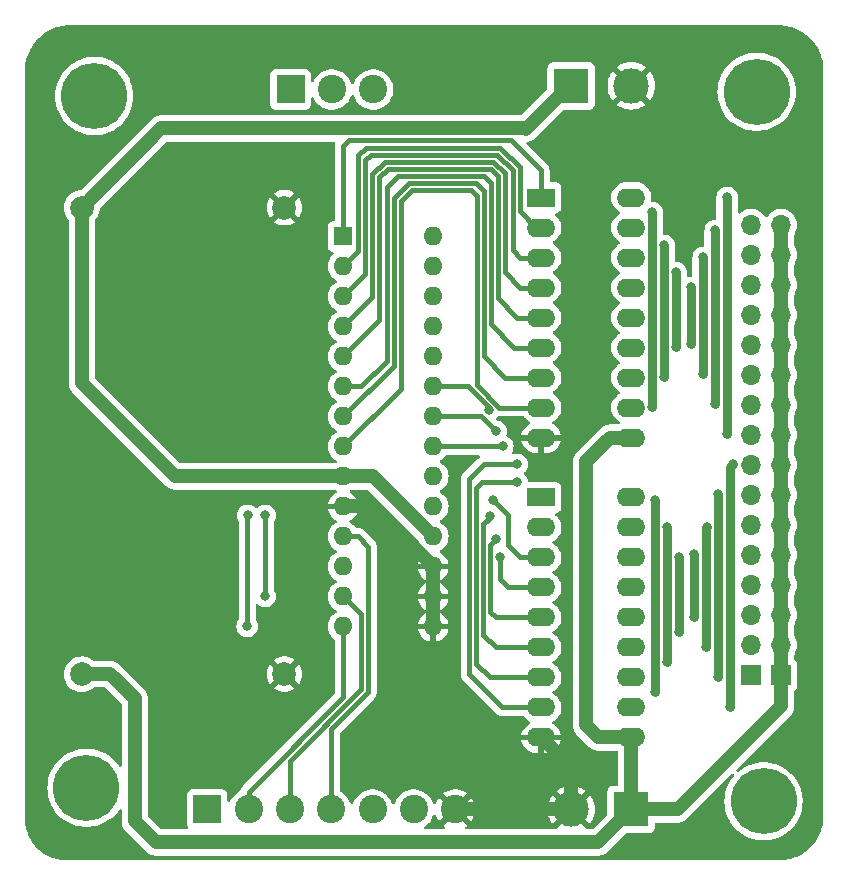
<source format=gbr>
%TF.GenerationSoftware,KiCad,Pcbnew,7.0.6*%
%TF.CreationDate,2023-08-03T15:39:34-04:00*%
%TF.ProjectId,mcp23s17_uln2803_combo,6d637032-3373-4313-975f-756c6e323830,rev?*%
%TF.SameCoordinates,Original*%
%TF.FileFunction,Copper,L1,Top*%
%TF.FilePolarity,Positive*%
%FSLAX46Y46*%
G04 Gerber Fmt 4.6, Leading zero omitted, Abs format (unit mm)*
G04 Created by KiCad (PCBNEW 7.0.6) date 2023-08-03 15:39:34*
%MOMM*%
%LPD*%
G01*
G04 APERTURE LIST*
%TA.AperFunction,ComponentPad*%
%ADD10R,3.000000X3.000000*%
%TD*%
%TA.AperFunction,ComponentPad*%
%ADD11C,3.000000*%
%TD*%
%TA.AperFunction,ComponentPad*%
%ADD12R,2.400000X2.400000*%
%TD*%
%TA.AperFunction,ComponentPad*%
%ADD13C,2.400000*%
%TD*%
%TA.AperFunction,ComponentPad*%
%ADD14C,5.600000*%
%TD*%
%TA.AperFunction,ComponentPad*%
%ADD15C,2.000000*%
%TD*%
%TA.AperFunction,ComponentPad*%
%ADD16R,2.400000X1.600000*%
%TD*%
%TA.AperFunction,ComponentPad*%
%ADD17O,2.400000X1.600000*%
%TD*%
%TA.AperFunction,ComponentPad*%
%ADD18R,1.600000X1.600000*%
%TD*%
%TA.AperFunction,ComponentPad*%
%ADD19O,1.600000X1.600000*%
%TD*%
%TA.AperFunction,ComponentPad*%
%ADD20R,1.700000X1.700000*%
%TD*%
%TA.AperFunction,ComponentPad*%
%ADD21O,1.700000X1.700000*%
%TD*%
%TA.AperFunction,ViaPad*%
%ADD22C,0.800000*%
%TD*%
%TA.AperFunction,Conductor*%
%ADD23C,1.200000*%
%TD*%
%TA.AperFunction,Conductor*%
%ADD24C,0.400000*%
%TD*%
%TA.AperFunction,Conductor*%
%ADD25C,0.800000*%
%TD*%
G04 APERTURE END LIST*
D10*
%TO.P,J3,1,Pin_1*%
%TO.N,VCC*%
X167386000Y-123190000D03*
D11*
%TO.P,J3,2,Pin_2*%
%TO.N,GND*%
X162306000Y-123190000D03*
%TD*%
D12*
%TO.P,J4,1,Pin_1*%
%TO.N,SCK*%
X138542000Y-62231600D03*
D13*
%TO.P,J4,2,Pin_2*%
%TO.N,MISO*%
X142042000Y-62231600D03*
%TO.P,J4,3,Pin_3*%
%TO.N,MOSI*%
X145542000Y-62231600D03*
%TD*%
D14*
%TO.P,H1,1*%
%TO.N,N/C*%
X121920000Y-62788800D03*
%TD*%
D15*
%TO.P,U1,1,VIN*%
%TO.N,VCC*%
X120878600Y-111734600D03*
%TO.P,U1,2,GND*%
%TO.N,GND*%
X138023600Y-111734600D03*
%TO.P,U1,3,GND*%
X138023600Y-72237600D03*
%TO.P,U1,4,VOUT*%
%TO.N,+5V*%
X120878600Y-72237600D03*
%TD*%
D10*
%TO.P,J1,1,Pin_1*%
%TO.N,+5V*%
X162306000Y-61925200D03*
D11*
%TO.P,J1,2,Pin_2*%
%TO.N,GND*%
X167386000Y-61925200D03*
%TD*%
D14*
%TO.P,H3,1*%
%TO.N,N/C*%
X178003200Y-62433200D03*
%TD*%
D12*
%TO.P,J7,1,Pin_1*%
%TO.N,SCK*%
X131486000Y-123190000D03*
D13*
%TO.P,J7,2,Pin_2*%
%TO.N,MISO*%
X134986000Y-123190000D03*
%TO.P,J7,3,Pin_3*%
%TO.N,MOSI*%
X138486000Y-123190000D03*
%TO.P,J7,4,Pin_4*%
%TO.N,CS0*%
X141986000Y-123190000D03*
%TO.P,J7,5,Pin_5*%
%TO.N,INTA0*%
X145486000Y-123190000D03*
%TO.P,J7,6,Pin_6*%
%TO.N,INTB0*%
X148986000Y-123190000D03*
%TO.P,J7,7,Pin_7*%
%TO.N,GND*%
X152486000Y-123190000D03*
%TD*%
D16*
%TO.P,U3,1,I1*%
%TO.N,Net-(U2-GPA0)*%
X159766000Y-96774000D03*
D17*
%TO.P,U3,2,I2*%
%TO.N,Net-(U2-GPA1)*%
X159766000Y-99314000D03*
%TO.P,U3,3,I3*%
%TO.N,Net-(U2-GPA2)*%
X159766000Y-101854000D03*
%TO.P,U3,4,I4*%
%TO.N,Net-(U2-GPA3)*%
X159766000Y-104394000D03*
%TO.P,U3,5,I5*%
%TO.N,Net-(U2-GPA4)*%
X159766000Y-106934000D03*
%TO.P,U3,6,I6*%
%TO.N,Net-(U2-GPA5)*%
X159766000Y-109474000D03*
%TO.P,U3,7,I7*%
%TO.N,Net-(U2-GPA6)*%
X159766000Y-112014000D03*
%TO.P,U3,8,I8*%
%TO.N,Net-(U2-GPA7)*%
X159766000Y-114554000D03*
%TO.P,U3,9,GND*%
%TO.N,GND*%
X159766000Y-117094000D03*
%TO.P,U3,10,COM*%
%TO.N,VCC*%
X167386000Y-117094000D03*
%TO.P,U3,11,O8*%
%TO.N,A7*%
X167386000Y-114554000D03*
%TO.P,U3,12,O7*%
%TO.N,A6*%
X167386000Y-112014000D03*
%TO.P,U3,13,O6*%
%TO.N,A5*%
X167386000Y-109474000D03*
%TO.P,U3,14,O5*%
%TO.N,A4*%
X167386000Y-106934000D03*
%TO.P,U3,15,O4*%
%TO.N,A3*%
X167386000Y-104394000D03*
%TO.P,U3,16,O3*%
%TO.N,A2*%
X167386000Y-101854000D03*
%TO.P,U3,17,O2*%
%TO.N,A1*%
X167386000Y-99314000D03*
%TO.P,U3,18,O1*%
%TO.N,A0*%
X167386000Y-96774000D03*
%TD*%
D16*
%TO.P,U4,1,I1*%
%TO.N,Net-(U2-GPB0)*%
X159766000Y-71384000D03*
D17*
%TO.P,U4,2,I2*%
%TO.N,Net-(U2-GPB1)*%
X159766000Y-73924000D03*
%TO.P,U4,3,I3*%
%TO.N,Net-(U2-GPB2)*%
X159766000Y-76464000D03*
%TO.P,U4,4,I4*%
%TO.N,Net-(U2-GPB3)*%
X159766000Y-79004000D03*
%TO.P,U4,5,I5*%
%TO.N,Net-(U2-GPB4)*%
X159766000Y-81544000D03*
%TO.P,U4,6,I6*%
%TO.N,Net-(U2-GPB5)*%
X159766000Y-84084000D03*
%TO.P,U4,7,I7*%
%TO.N,Net-(U2-GPB6)*%
X159766000Y-86624000D03*
%TO.P,U4,8,I8*%
%TO.N,Net-(U2-GPB7)*%
X159766000Y-89164000D03*
%TO.P,U4,9,GND*%
%TO.N,GND*%
X159766000Y-91704000D03*
%TO.P,U4,10,COM*%
%TO.N,VCC*%
X167386000Y-91704000D03*
%TO.P,U4,11,O8*%
%TO.N,B7*%
X167386000Y-89164000D03*
%TO.P,U4,12,O7*%
%TO.N,B6*%
X167386000Y-86624000D03*
%TO.P,U4,13,O6*%
%TO.N,B5*%
X167386000Y-84084000D03*
%TO.P,U4,14,O5*%
%TO.N,B4*%
X167386000Y-81544000D03*
%TO.P,U4,15,O4*%
%TO.N,B3*%
X167386000Y-79004000D03*
%TO.P,U4,16,O3*%
%TO.N,B2*%
X167386000Y-76464000D03*
%TO.P,U4,17,O2*%
%TO.N,B1*%
X167386000Y-73924000D03*
%TO.P,U4,18,O1*%
%TO.N,B0*%
X167386000Y-71384000D03*
%TD*%
D18*
%TO.P,U2,1,GPB0*%
%TO.N,Net-(U2-GPB0)*%
X143002000Y-74676000D03*
D19*
%TO.P,U2,2,GPB1*%
%TO.N,Net-(U2-GPB1)*%
X143002000Y-77216000D03*
%TO.P,U2,3,GPB2*%
%TO.N,Net-(U2-GPB2)*%
X143002000Y-79756000D03*
%TO.P,U2,4,GPB3*%
%TO.N,Net-(U2-GPB3)*%
X143002000Y-82296000D03*
%TO.P,U2,5,GPB4*%
%TO.N,Net-(U2-GPB4)*%
X143002000Y-84836000D03*
%TO.P,U2,6,GPB5*%
%TO.N,Net-(U2-GPB5)*%
X143002000Y-87376000D03*
%TO.P,U2,7,GPB6*%
%TO.N,Net-(U2-GPB6)*%
X143002000Y-89916000D03*
%TO.P,U2,8,GPB7*%
%TO.N,Net-(U2-GPB7)*%
X143002000Y-92456000D03*
%TO.P,U2,9,VDD*%
%TO.N,+5V*%
X143002000Y-94996000D03*
%TO.P,U2,10,VSS*%
%TO.N,GND*%
X143002000Y-97536000D03*
%TO.P,U2,11,~{CS}*%
%TO.N,CS0*%
X143002000Y-100076000D03*
%TO.P,U2,12,SCK*%
%TO.N,SCK*%
X143002000Y-102616000D03*
%TO.P,U2,13,SI*%
%TO.N,MOSI*%
X143002000Y-105156000D03*
%TO.P,U2,14,SO*%
%TO.N,MISO*%
X143002000Y-107696000D03*
%TO.P,U2,15,A0*%
%TO.N,GND*%
X150622000Y-107696000D03*
%TO.P,U2,16,A1*%
X150622000Y-105156000D03*
%TO.P,U2,17,A2*%
X150622000Y-102616000D03*
%TO.P,U2,18,~{RESET}*%
%TO.N,+5V*%
X150622000Y-100076000D03*
%TO.P,U2,19,INTB*%
%TO.N,INTB0*%
X150622000Y-97536000D03*
%TO.P,U2,20,INTA*%
%TO.N,INTA0*%
X150622000Y-94996000D03*
%TO.P,U2,21,GPA0*%
%TO.N,Net-(U2-GPA0)*%
X150622000Y-92456000D03*
%TO.P,U2,22,GPA1*%
%TO.N,Net-(U2-GPA1)*%
X150622000Y-89916000D03*
%TO.P,U2,23,GPA2*%
%TO.N,Net-(U2-GPA2)*%
X150622000Y-87376000D03*
%TO.P,U2,24,GPA3*%
%TO.N,Net-(U2-GPA3)*%
X150622000Y-84836000D03*
%TO.P,U2,25,GPA4*%
%TO.N,Net-(U2-GPA4)*%
X150622000Y-82296000D03*
%TO.P,U2,26,GPA5*%
%TO.N,Net-(U2-GPA5)*%
X150622000Y-79756000D03*
%TO.P,U2,27,GPA6*%
%TO.N,Net-(U2-GPA6)*%
X150622000Y-77216000D03*
%TO.P,U2,28,GPA7*%
%TO.N,Net-(U2-GPA7)*%
X150622000Y-74676000D03*
%TD*%
D20*
%TO.P,J5,1,Pin_1*%
%TO.N,A0*%
X177546000Y-111810800D03*
D21*
%TO.P,J5,2,Pin_2*%
%TO.N,A1*%
X177546000Y-109270800D03*
%TO.P,J5,3,Pin_3*%
%TO.N,A2*%
X177546000Y-106730800D03*
%TO.P,J5,4,Pin_4*%
%TO.N,A3*%
X177546000Y-104190800D03*
%TO.P,J5,5,Pin_5*%
%TO.N,A4*%
X177546000Y-101650800D03*
%TO.P,J5,6,Pin_6*%
%TO.N,A5*%
X177546000Y-99110800D03*
%TO.P,J5,7,Pin_7*%
%TO.N,A6*%
X177546000Y-96570800D03*
%TO.P,J5,8,Pin_8*%
%TO.N,A7*%
X177546000Y-94030800D03*
%TO.P,J5,9,Pin_9*%
%TO.N,B0*%
X177546000Y-91490800D03*
%TO.P,J5,10,Pin_10*%
%TO.N,B1*%
X177546000Y-88950800D03*
%TO.P,J5,11,Pin_11*%
%TO.N,B2*%
X177546000Y-86410800D03*
%TO.P,J5,12,Pin_12*%
%TO.N,B3*%
X177546000Y-83870800D03*
%TO.P,J5,13,Pin_13*%
%TO.N,B4*%
X177546000Y-81330800D03*
%TO.P,J5,14,Pin_14*%
%TO.N,B5*%
X177546000Y-78790800D03*
%TO.P,J5,15,Pin_15*%
%TO.N,B6*%
X177546000Y-76250800D03*
%TO.P,J5,16,Pin_16*%
%TO.N,B7*%
X177546000Y-73710800D03*
%TD*%
D20*
%TO.P,J6,1,Pin_1*%
%TO.N,VCC*%
X180086000Y-111810800D03*
D21*
%TO.P,J6,2,Pin_2*%
X180086000Y-109270800D03*
%TO.P,J6,3,Pin_3*%
X180086000Y-106730800D03*
%TO.P,J6,4,Pin_4*%
X180086000Y-104190800D03*
%TO.P,J6,5,Pin_5*%
X180086000Y-101650800D03*
%TO.P,J6,6,Pin_6*%
X180086000Y-99110800D03*
%TO.P,J6,7,Pin_7*%
X180086000Y-96570800D03*
%TO.P,J6,8,Pin_8*%
X180086000Y-94030800D03*
%TO.P,J6,9,Pin_9*%
X180086000Y-91490800D03*
%TO.P,J6,10,Pin_10*%
X180086000Y-88950800D03*
%TO.P,J6,11,Pin_11*%
X180086000Y-86410800D03*
%TO.P,J6,12,Pin_12*%
X180086000Y-83870800D03*
%TO.P,J6,13,Pin_13*%
X180086000Y-81330800D03*
%TO.P,J6,14,Pin_14*%
X180086000Y-78790800D03*
%TO.P,J6,15,Pin_15*%
X180086000Y-76250800D03*
%TO.P,J6,16,Pin_16*%
X180086000Y-73710800D03*
%TD*%
D14*
%TO.P,H4,1*%
%TO.N,N/C*%
X178587400Y-122504200D03*
%TD*%
%TO.P,H2,1*%
%TO.N,N/C*%
X121259600Y-121361200D03*
%TD*%
D22*
%TO.N,MISO*%
X134911500Y-98298000D03*
X134874000Y-107696000D03*
%TO.N,MOSI*%
X136398000Y-98298000D03*
X136398000Y-105156000D03*
%TO.N,Net-(U2-GPA0)*%
X156518000Y-92456000D03*
%TO.N,Net-(U2-GPA1)*%
X155956000Y-91186000D03*
%TO.N,Net-(U2-GPA2)*%
X155702000Y-97028000D03*
X155318000Y-89408000D03*
%TO.N,Net-(U2-GPA3)*%
X156269500Y-101854000D03*
%TO.N,Net-(U2-GPA4)*%
X155956000Y-100330000D03*
%TO.N,Net-(U2-GPA5)*%
X155390668Y-98355332D03*
%TO.N,Net-(U2-GPA6)*%
X157734000Y-95504000D03*
%TO.N,Net-(U2-GPA7)*%
X157734000Y-93980000D03*
%TO.N,B7*%
X169164000Y-89154000D03*
X169164000Y-72644000D03*
%TO.N,B6*%
X170185500Y-86614000D03*
X170185500Y-75438000D03*
%TO.N,B5*%
X171185000Y-84074000D03*
X171196000Y-77724000D03*
%TO.N,B3*%
X172466000Y-83820000D03*
X172482500Y-78994000D03*
%TO.N,B2*%
X173482000Y-76454000D03*
X173498500Y-86360000D03*
%TO.N,B1*%
X174498000Y-74168000D03*
X174514500Y-88900000D03*
%TO.N,B0*%
X175514000Y-71374000D03*
X175514000Y-91440000D03*
%TO.N,A7*%
X175768000Y-114554000D03*
X176022000Y-93980000D03*
%TO.N,A6*%
X174752000Y-96520000D03*
X174768500Y-112014000D03*
%TO.N,A5*%
X173736000Y-109474000D03*
X173769000Y-99314000D03*
%TO.N,A4*%
X172720000Y-101600000D03*
X172736500Y-106934000D03*
%TO.N,A2*%
X171433500Y-108204000D03*
X171433500Y-101854000D03*
%TO.N,A1*%
X170434000Y-110744000D03*
X170434000Y-99314000D03*
%TO.N,A0*%
X169418000Y-113284000D03*
X169418000Y-97028000D03*
%TD*%
D23*
%TO.N,GND*%
X152486000Y-123190000D02*
X162306000Y-123190000D01*
X162306000Y-119634000D02*
X162306000Y-123190000D01*
X159766000Y-117094000D02*
X162306000Y-119634000D01*
D24*
%TO.N,MISO*%
X143002000Y-113705472D02*
X143002000Y-107696000D01*
X134986000Y-121721472D02*
X143002000Y-113705472D01*
X134986000Y-123190000D02*
X134986000Y-121721472D01*
%TO.N,MOSI*%
X144526000Y-106680000D02*
X143002000Y-105156000D01*
X144526000Y-113030000D02*
X144526000Y-106680000D01*
X138486000Y-119070000D02*
X144526000Y-113030000D01*
X138486000Y-123190000D02*
X138486000Y-119070000D01*
%TO.N,CS0*%
X145126000Y-100930000D02*
X144272000Y-100076000D01*
X144272000Y-100076000D02*
X143002000Y-100076000D01*
X145126000Y-113278528D02*
X145126000Y-100930000D01*
X141986000Y-123190000D02*
X141986000Y-116418528D01*
X141986000Y-116418528D02*
X145126000Y-113278528D01*
D23*
%TO.N,VCC*%
X164592000Y-117094000D02*
X167386000Y-117094000D01*
X180086000Y-94030800D02*
X180086000Y-91490800D01*
X180086000Y-114427000D02*
X180086000Y-111810800D01*
X171323000Y-123190000D02*
X173990000Y-120523000D01*
X180086000Y-96570800D02*
X180086000Y-94030800D01*
X163576000Y-93726000D02*
X163576000Y-116078000D01*
X127127000Y-125984000D02*
X125349000Y-124206000D01*
X180086000Y-78790800D02*
X180086000Y-81330800D01*
X180086000Y-91490800D02*
X180086000Y-88950800D01*
X180086000Y-104190800D02*
X180086000Y-101650800D01*
X167386000Y-91704000D02*
X165598000Y-91704000D01*
X167386000Y-123190000D02*
X171323000Y-123190000D01*
X180086000Y-76250800D02*
X180086000Y-78790800D01*
X165598000Y-91704000D02*
X163576000Y-93726000D01*
X180086000Y-101650800D02*
X180086000Y-99110800D01*
X180086000Y-106730800D02*
X180086000Y-104190800D01*
X180086000Y-73710800D02*
X180086000Y-76250800D01*
X173990000Y-120523000D02*
X180086000Y-114427000D01*
X180086000Y-88950800D02*
X180086000Y-86410800D01*
X180086000Y-99110800D02*
X180086000Y-96570800D01*
X163576000Y-116078000D02*
X164592000Y-117094000D01*
X167386000Y-123190000D02*
X164592000Y-125984000D01*
X125349000Y-113792000D02*
X123291600Y-111734600D01*
X180086000Y-86410800D02*
X180086000Y-83870800D01*
X125349000Y-124206000D02*
X125349000Y-113792000D01*
X180086000Y-111810800D02*
X180086000Y-109270800D01*
X180086000Y-109270800D02*
X180086000Y-106730800D01*
X164592000Y-125984000D02*
X127127000Y-125984000D01*
X123291600Y-111734600D02*
X120878600Y-111734600D01*
X180086000Y-83870800D02*
X180086000Y-81330800D01*
X167386000Y-117094000D02*
X167386000Y-123190000D01*
%TO.N,GND*%
X143002000Y-97536000D02*
X145542000Y-97536000D01*
X150622000Y-102616000D02*
X150622000Y-105156000D01*
X145542000Y-97536000D02*
X150622000Y-102616000D01*
X150622000Y-107696000D02*
X150622000Y-105156000D01*
D24*
%TO.N,MISO*%
X134874000Y-107696000D02*
X134874000Y-98335500D01*
X134874000Y-98335500D02*
X134911500Y-98298000D01*
%TO.N,MOSI*%
X136398000Y-105156000D02*
X136398000Y-98298000D01*
D23*
%TO.N,+5V*%
X145542000Y-94996000D02*
X150622000Y-100076000D01*
X120878600Y-72237600D02*
X120878600Y-87096600D01*
X120878600Y-87096600D02*
X128778000Y-94996000D01*
X158464000Y-65532000D02*
X127584200Y-65532000D01*
X162306000Y-61925200D02*
X162102800Y-61925200D01*
X143002000Y-94996000D02*
X145542000Y-94996000D01*
X128778000Y-94996000D02*
X143002000Y-94996000D01*
X162102800Y-61925200D02*
X158480000Y-65548000D01*
X127584200Y-65532000D02*
X120878600Y-72237600D01*
X158480000Y-65548000D02*
X158464000Y-65532000D01*
D24*
%TO.N,Net-(U2-GPB0)*%
X159766000Y-71384000D02*
X159766000Y-69088000D01*
X143002000Y-67056000D02*
X143002000Y-74676000D01*
X159766000Y-69088000D02*
X157226000Y-66548000D01*
X157226000Y-66548000D02*
X143510000Y-66548000D01*
X143510000Y-66548000D02*
X143002000Y-67056000D01*
%TO.N,Net-(U2-GPB1)*%
X159766000Y-73924000D02*
X159366000Y-73924000D01*
X159366000Y-73924000D02*
X157988000Y-72546000D01*
X144942000Y-67148000D02*
X144272000Y-67818000D01*
X157988000Y-68834000D02*
X156302000Y-67148000D01*
X144272000Y-67818000D02*
X144272000Y-75946000D01*
X157988000Y-72546000D02*
X157988000Y-68834000D01*
X156302000Y-67148000D02*
X144942000Y-67148000D01*
X144272000Y-75946000D02*
X143002000Y-77216000D01*
%TO.N,Net-(U2-GPB2)*%
X156053472Y-67748000D02*
X145358000Y-67748000D01*
X144872000Y-68234000D02*
X144872000Y-77886000D01*
X157998000Y-76464000D02*
X157388000Y-75854000D01*
X144872000Y-77886000D02*
X143002000Y-79756000D01*
X157388000Y-69082528D02*
X156053472Y-67748000D01*
X157388000Y-75854000D02*
X157388000Y-69082528D01*
X159766000Y-76464000D02*
X157998000Y-76464000D01*
X145358000Y-67748000D02*
X144872000Y-68234000D01*
%TO.N,Net-(U2-GPB3)*%
X156718000Y-69342000D02*
X155724000Y-68348000D01*
X145472000Y-79826000D02*
X143002000Y-82296000D01*
X159766000Y-79004000D02*
X157998000Y-79004000D01*
X157998000Y-79004000D02*
X156718000Y-77724000D01*
X156718000Y-77724000D02*
X156718000Y-69342000D01*
X146536000Y-68348000D02*
X145472000Y-69412000D01*
X145472000Y-69412000D02*
X145472000Y-79826000D01*
X155724000Y-68348000D02*
X146536000Y-68348000D01*
%TO.N,Net-(U2-GPB4)*%
X157744000Y-81544000D02*
X156118000Y-79918000D01*
X146072000Y-81766000D02*
X143002000Y-84836000D01*
X156118000Y-69590528D02*
X155475472Y-68948000D01*
X156118000Y-79918000D02*
X156118000Y-69590528D01*
X146784528Y-68948000D02*
X146072000Y-69660528D01*
X159766000Y-81544000D02*
X157744000Y-81544000D01*
X146072000Y-69660528D02*
X146072000Y-81766000D01*
X155475472Y-68948000D02*
X146784528Y-68948000D01*
%TO.N,Net-(U2-GPB5)*%
X154892000Y-69548000D02*
X147622000Y-69548000D01*
X146672000Y-85230000D02*
X144526000Y-87376000D01*
X146672000Y-70498000D02*
X146672000Y-85230000D01*
X157490000Y-84084000D02*
X155518000Y-82112000D01*
X159766000Y-84084000D02*
X157490000Y-84084000D01*
X144526000Y-87376000D02*
X143002000Y-87376000D01*
X155518000Y-70174000D02*
X154892000Y-69548000D01*
X155518000Y-82112000D02*
X155518000Y-70174000D01*
X147622000Y-69548000D02*
X146672000Y-70498000D01*
%TO.N,Net-(U2-GPB6)*%
X154918000Y-70844000D02*
X154222000Y-70148000D01*
X154222000Y-70148000D02*
X148546000Y-70148000D01*
X154918000Y-84814000D02*
X154918000Y-70844000D01*
X156728000Y-86624000D02*
X154918000Y-84814000D01*
X147272000Y-85646000D02*
X143002000Y-89916000D01*
X147272000Y-71422000D02*
X147272000Y-85646000D01*
X159766000Y-86624000D02*
X156728000Y-86624000D01*
X148546000Y-70148000D02*
X147272000Y-71422000D01*
%TO.N,Net-(U2-GPB7)*%
X154318000Y-87262000D02*
X154318000Y-71260000D01*
X148794528Y-70748000D02*
X147872000Y-71670528D01*
X147872000Y-71670528D02*
X147872000Y-87586000D01*
X159766000Y-89164000D02*
X156220000Y-89164000D01*
X153806000Y-70748000D02*
X148794528Y-70748000D01*
X147872000Y-87586000D02*
X143002000Y-92456000D01*
X156220000Y-89164000D02*
X154318000Y-87262000D01*
X154318000Y-71260000D02*
X153806000Y-70748000D01*
%TO.N,Net-(U2-GPA0)*%
X156518000Y-92456000D02*
X154394500Y-92456000D01*
X154394500Y-92456000D02*
X150622000Y-92456000D01*
%TO.N,Net-(U2-GPA1)*%
X150622000Y-89916000D02*
X154686000Y-89916000D01*
X154686000Y-89916000D02*
X155956000Y-91186000D01*
%TO.N,Net-(U2-GPA2)*%
X155318000Y-89110528D02*
X153583472Y-87376000D01*
X155318000Y-89408000D02*
X155318000Y-89110528D01*
X156972000Y-100330000D02*
X156972000Y-98298000D01*
X156972000Y-98298000D02*
X155702000Y-97028000D01*
X156972000Y-100838000D02*
X156972000Y-100330000D01*
X159766000Y-101854000D02*
X157988000Y-101854000D01*
X157988000Y-101854000D02*
X156972000Y-100838000D01*
X153583472Y-87376000D02*
X150622000Y-87376000D01*
%TO.N,Net-(U2-GPA3)*%
X156972000Y-104394000D02*
X156464000Y-103886000D01*
X156269500Y-103691500D02*
X156269500Y-101854000D01*
X156464000Y-103886000D02*
X156269500Y-103691500D01*
X156972000Y-104394000D02*
X159766000Y-104394000D01*
%TO.N,Net-(U2-GPA4)*%
X155956000Y-106934000D02*
X155470000Y-106448000D01*
X159766000Y-106934000D02*
X155956000Y-106934000D01*
X155470000Y-106448000D02*
X155470000Y-100816000D01*
X155470000Y-100816000D02*
X155956000Y-100330000D01*
%TO.N,Net-(U2-GPA5)*%
X154870000Y-99060000D02*
X154870000Y-108388000D01*
X155956000Y-109474000D02*
X159766000Y-109474000D01*
X154870000Y-108388000D02*
X155956000Y-109474000D01*
X155390668Y-98355332D02*
X155390668Y-98539332D01*
X155390668Y-98539332D02*
X154870000Y-99060000D01*
%TO.N,Net-(U2-GPA6)*%
X154270000Y-96012000D02*
X154270000Y-110836000D01*
X154270000Y-110836000D02*
X155448000Y-112014000D01*
X157734000Y-95504000D02*
X154778000Y-95504000D01*
X154778000Y-95504000D02*
X154270000Y-96012000D01*
X155448000Y-112014000D02*
X159766000Y-112014000D01*
%TO.N,Net-(U2-GPA7)*%
X159766000Y-114554000D02*
X156464000Y-114554000D01*
X153670000Y-95250000D02*
X154940000Y-93980000D01*
X154940000Y-93980000D02*
X157734000Y-93980000D01*
X156464000Y-114554000D02*
X153670000Y-111760000D01*
X153670000Y-111760000D02*
X153670000Y-95250000D01*
D25*
%TO.N,B7*%
X169186000Y-72666000D02*
X169164000Y-72644000D01*
X169164000Y-89154000D02*
X169186000Y-89132000D01*
X169186000Y-89132000D02*
X169186000Y-72666000D01*
%TO.N,B6*%
X170185500Y-86614000D02*
X170185500Y-75438000D01*
%TO.N,B5*%
X171185000Y-77735000D02*
X171196000Y-77724000D01*
X171185000Y-84074000D02*
X171185000Y-77735000D01*
%TO.N,B3*%
X172482500Y-78994000D02*
X172482500Y-83803500D01*
X172482500Y-83803500D02*
X172466000Y-83820000D01*
%TO.N,B2*%
X173482000Y-86343500D02*
X173498500Y-86360000D01*
X173482000Y-76454000D02*
X173482000Y-86343500D01*
%TO.N,B1*%
X174498000Y-74168000D02*
X174498000Y-88883500D01*
X174498000Y-88883500D02*
X174514500Y-88900000D01*
%TO.N,B0*%
X175514000Y-71374000D02*
X175514000Y-91440000D01*
%TO.N,A7*%
X175768000Y-94234000D02*
X176022000Y-93980000D01*
X175768000Y-114554000D02*
X175768000Y-94234000D01*
%TO.N,A6*%
X174768500Y-112014000D02*
X174768500Y-96536500D01*
X174768500Y-96536500D02*
X174752000Y-96520000D01*
%TO.N,A5*%
X173736000Y-109474000D02*
X173736000Y-99347000D01*
X173736000Y-99347000D02*
X173769000Y-99314000D01*
%TO.N,A4*%
X172736500Y-101616500D02*
X172720000Y-101600000D01*
X172736500Y-106934000D02*
X172736500Y-101616500D01*
%TO.N,A2*%
X171433500Y-101854000D02*
X171433500Y-108204000D01*
%TO.N,A1*%
X170434000Y-99314000D02*
X170434000Y-110744000D01*
%TO.N,A0*%
X169418000Y-97028000D02*
X169418000Y-113284000D01*
%TD*%
%TA.AperFunction,Conductor*%
%TO.N,GND*%
G36*
X151961901Y-123492588D02*
G01*
X152058075Y-123617925D01*
X152183412Y-123714099D01*
X152276779Y-123752772D01*
X151472813Y-124556737D01*
X151608206Y-124649046D01*
X151652508Y-124703075D01*
X151660567Y-124772478D01*
X151629824Y-124835221D01*
X151570040Y-124871383D01*
X151538354Y-124875500D01*
X149948736Y-124875500D01*
X149881697Y-124855815D01*
X149835942Y-124803011D01*
X149825998Y-124733853D01*
X149855023Y-124670297D01*
X149878878Y-124649051D01*
X150054219Y-124529505D01*
X150218470Y-124377103D01*
X150241927Y-124355338D01*
X150241927Y-124355336D01*
X150241931Y-124355334D01*
X150401587Y-124155131D01*
X150529622Y-123933369D01*
X150623174Y-123695001D01*
X150623174Y-123695000D01*
X150624869Y-123690682D01*
X150626830Y-123691451D01*
X150660581Y-123640436D01*
X150724516Y-123612257D01*
X150793536Y-123623117D01*
X150845729Y-123669568D01*
X150855961Y-123689916D01*
X150950058Y-123929671D01*
X150950057Y-123929671D01*
X151077457Y-124150332D01*
X151119452Y-124202993D01*
X151119453Y-124202993D01*
X151923226Y-123399219D01*
X151961901Y-123492588D01*
G37*
%TD.AperFunction*%
%TA.AperFunction,Conductor*%
G36*
X150872000Y-107380314D02*
G01*
X150860045Y-107368359D01*
X150747148Y-107310835D01*
X150653481Y-107296000D01*
X150590519Y-107296000D01*
X150496852Y-107310835D01*
X150383955Y-107368359D01*
X150372000Y-107380314D01*
X150372000Y-105471686D01*
X150383955Y-105483641D01*
X150496852Y-105541165D01*
X150590519Y-105556000D01*
X150653481Y-105556000D01*
X150747148Y-105541165D01*
X150860045Y-105483641D01*
X150872000Y-105471685D01*
X150872000Y-107380314D01*
G37*
%TD.AperFunction*%
%TA.AperFunction,Conductor*%
G36*
X150872000Y-104840314D02*
G01*
X150860045Y-104828359D01*
X150747148Y-104770835D01*
X150653481Y-104756000D01*
X150590519Y-104756000D01*
X150496852Y-104770835D01*
X150383955Y-104828359D01*
X150372000Y-104840314D01*
X150372000Y-102931686D01*
X150383955Y-102943641D01*
X150496852Y-103001165D01*
X150590519Y-103016000D01*
X150653481Y-103016000D01*
X150747148Y-103001165D01*
X150860045Y-102943641D01*
X150872000Y-102931685D01*
X150872000Y-104840314D01*
G37*
%TD.AperFunction*%
%TA.AperFunction,Conductor*%
G36*
X142287302Y-66660185D02*
G01*
X142333057Y-66712989D01*
X142343001Y-66782147D01*
X142333338Y-66815392D01*
X142320610Y-66843670D01*
X142320609Y-66843673D01*
X142318737Y-66853889D01*
X142312715Y-66875494D01*
X142309035Y-66885198D01*
X142301470Y-66947490D01*
X142300907Y-66951191D01*
X142289598Y-67012903D01*
X142289598Y-67012908D01*
X142293387Y-67075544D01*
X142293500Y-67079289D01*
X142293500Y-73243500D01*
X142273815Y-73310539D01*
X142221011Y-73356294D01*
X142169500Y-73367500D01*
X142153345Y-73367500D01*
X142092797Y-73374011D01*
X142092795Y-73374011D01*
X141955795Y-73425111D01*
X141838739Y-73512739D01*
X141751111Y-73629795D01*
X141700011Y-73766795D01*
X141700011Y-73766797D01*
X141693500Y-73827345D01*
X141693500Y-75524654D01*
X141700011Y-75585202D01*
X141700011Y-75585204D01*
X141736189Y-75682198D01*
X141751111Y-75722204D01*
X141838739Y-75839261D01*
X141955796Y-75926889D01*
X142055110Y-75963931D01*
X142092793Y-75977987D01*
X142092799Y-75977989D01*
X142107499Y-75979569D01*
X142172048Y-76006305D01*
X142211897Y-76063696D01*
X142214393Y-76133521D01*
X142178742Y-76193611D01*
X142165377Y-76204425D01*
X142157700Y-76209802D01*
X142157696Y-76209805D01*
X141995806Y-76371695D01*
X141864476Y-76559252D01*
X141864475Y-76559254D01*
X141767718Y-76766750D01*
X141767714Y-76766761D01*
X141708457Y-76987910D01*
X141708456Y-76987918D01*
X141688502Y-77215998D01*
X141688502Y-77216001D01*
X141708456Y-77444081D01*
X141708457Y-77444089D01*
X141767714Y-77665238D01*
X141767718Y-77665249D01*
X141861751Y-77866904D01*
X141864477Y-77872749D01*
X141995802Y-78060300D01*
X142157700Y-78222198D01*
X142274801Y-78304193D01*
X142345251Y-78353523D01*
X142388345Y-78373618D01*
X142440784Y-78419791D01*
X142459936Y-78486984D01*
X142439720Y-78553865D01*
X142388345Y-78598382D01*
X142345251Y-78618476D01*
X142220126Y-78706090D01*
X142157700Y-78749802D01*
X142157698Y-78749803D01*
X142157695Y-78749806D01*
X141995806Y-78911695D01*
X141995803Y-78911698D01*
X141995802Y-78911700D01*
X141913767Y-79028856D01*
X141864476Y-79099252D01*
X141864475Y-79099254D01*
X141767718Y-79306750D01*
X141767714Y-79306761D01*
X141708457Y-79527910D01*
X141708456Y-79527918D01*
X141688502Y-79755998D01*
X141688502Y-79756001D01*
X141708456Y-79984081D01*
X141708457Y-79984089D01*
X141767714Y-80205238D01*
X141767718Y-80205249D01*
X141831423Y-80341865D01*
X141864477Y-80412749D01*
X141995802Y-80600300D01*
X142157700Y-80762198D01*
X142274801Y-80844193D01*
X142345251Y-80893523D01*
X142388345Y-80913618D01*
X142440784Y-80959791D01*
X142459936Y-81026984D01*
X142439720Y-81093865D01*
X142388345Y-81138382D01*
X142345251Y-81158476D01*
X142237223Y-81234119D01*
X142157700Y-81289802D01*
X142157698Y-81289803D01*
X142157695Y-81289806D01*
X141995806Y-81451695D01*
X141995803Y-81451698D01*
X141995802Y-81451700D01*
X141931174Y-81543998D01*
X141864476Y-81639252D01*
X141864475Y-81639254D01*
X141767718Y-81846750D01*
X141767714Y-81846761D01*
X141708457Y-82067910D01*
X141708456Y-82067918D01*
X141688502Y-82295998D01*
X141688502Y-82296001D01*
X141708456Y-82524081D01*
X141708457Y-82524089D01*
X141767714Y-82745238D01*
X141767718Y-82745249D01*
X141831423Y-82881865D01*
X141864477Y-82952749D01*
X141995802Y-83140300D01*
X142157700Y-83302198D01*
X142336294Y-83427251D01*
X142345251Y-83433523D01*
X142388345Y-83453618D01*
X142440784Y-83499791D01*
X142459936Y-83566984D01*
X142439720Y-83633865D01*
X142388345Y-83678382D01*
X142345251Y-83698476D01*
X142220126Y-83786090D01*
X142157700Y-83829802D01*
X142157698Y-83829803D01*
X142157695Y-83829806D01*
X141995806Y-83991695D01*
X141864476Y-84179252D01*
X141864475Y-84179254D01*
X141767718Y-84386750D01*
X141767714Y-84386761D01*
X141708457Y-84607910D01*
X141708456Y-84607918D01*
X141688502Y-84835998D01*
X141688502Y-84836001D01*
X141708456Y-85064081D01*
X141708457Y-85064089D01*
X141767714Y-85285238D01*
X141767718Y-85285249D01*
X141831423Y-85421865D01*
X141864477Y-85492749D01*
X141995802Y-85680300D01*
X142157700Y-85842198D01*
X142336294Y-85967251D01*
X142345251Y-85973523D01*
X142388345Y-85993618D01*
X142440784Y-86039791D01*
X142459936Y-86106984D01*
X142439720Y-86173865D01*
X142388345Y-86218382D01*
X142345251Y-86238476D01*
X142220126Y-86326090D01*
X142157700Y-86369802D01*
X142157698Y-86369803D01*
X142157695Y-86369806D01*
X141995806Y-86531695D01*
X141995803Y-86531698D01*
X141995802Y-86531700D01*
X141923359Y-86635159D01*
X141864476Y-86719252D01*
X141864475Y-86719254D01*
X141767718Y-86926750D01*
X141767714Y-86926761D01*
X141708457Y-87147910D01*
X141708456Y-87147918D01*
X141688502Y-87375998D01*
X141688502Y-87376001D01*
X141708456Y-87604081D01*
X141708457Y-87604089D01*
X141767714Y-87825238D01*
X141767718Y-87825249D01*
X141861551Y-88026475D01*
X141864477Y-88032749D01*
X141995802Y-88220300D01*
X142157700Y-88382198D01*
X142274801Y-88464193D01*
X142345251Y-88513523D01*
X142388345Y-88533618D01*
X142440784Y-88579791D01*
X142459936Y-88646984D01*
X142439720Y-88713865D01*
X142388345Y-88758382D01*
X142345251Y-88778476D01*
X142220126Y-88866090D01*
X142157700Y-88909802D01*
X142157698Y-88909803D01*
X142157695Y-88909806D01*
X141995806Y-89071695D01*
X141995803Y-89071698D01*
X141995802Y-89071700D01*
X141957197Y-89126834D01*
X141864476Y-89259252D01*
X141864475Y-89259254D01*
X141767718Y-89466750D01*
X141767714Y-89466761D01*
X141708457Y-89687910D01*
X141708456Y-89687918D01*
X141688502Y-89915998D01*
X141688502Y-89916001D01*
X141708456Y-90144081D01*
X141708457Y-90144089D01*
X141767714Y-90365238D01*
X141767718Y-90365249D01*
X141831423Y-90501865D01*
X141864477Y-90572749D01*
X141995802Y-90760300D01*
X142157700Y-90922198D01*
X142274801Y-91004193D01*
X142345251Y-91053523D01*
X142388345Y-91073618D01*
X142440784Y-91119791D01*
X142459936Y-91186984D01*
X142439720Y-91253865D01*
X142388345Y-91298382D01*
X142345251Y-91318476D01*
X142262587Y-91376359D01*
X142157700Y-91449802D01*
X142157698Y-91449803D01*
X142157695Y-91449806D01*
X141995806Y-91611695D01*
X141995803Y-91611698D01*
X141995802Y-91611700D01*
X141931174Y-91703998D01*
X141864476Y-91799252D01*
X141864475Y-91799254D01*
X141767718Y-92006750D01*
X141767714Y-92006761D01*
X141708457Y-92227910D01*
X141708456Y-92227918D01*
X141688502Y-92455998D01*
X141688502Y-92456001D01*
X141708456Y-92684081D01*
X141708457Y-92684089D01*
X141767714Y-92905238D01*
X141767718Y-92905249D01*
X141862377Y-93108246D01*
X141864477Y-93112749D01*
X141995802Y-93300300D01*
X142157700Y-93462198D01*
X142337626Y-93588184D01*
X142345251Y-93593523D01*
X142388345Y-93613618D01*
X142440784Y-93659791D01*
X142459936Y-93726984D01*
X142439720Y-93793865D01*
X142388345Y-93838382D01*
X142345250Y-93858477D01*
X142335830Y-93865074D01*
X142269624Y-93887402D01*
X142264705Y-93887500D01*
X129288518Y-93887500D01*
X129221479Y-93867815D01*
X129200837Y-93851181D01*
X122023419Y-86673763D01*
X121989934Y-86612440D01*
X121987100Y-86586082D01*
X121987100Y-73308201D01*
X122006785Y-73241162D01*
X122016810Y-73227670D01*
X122102773Y-73127019D01*
X122102776Y-73127016D01*
X122226840Y-72924563D01*
X122229641Y-72917802D01*
X122317704Y-72705197D01*
X122317704Y-72705196D01*
X122317705Y-72705194D01*
X122373135Y-72474311D01*
X122383521Y-72342346D01*
X122408404Y-72277061D01*
X122419450Y-72264404D01*
X122446249Y-72237605D01*
X136518459Y-72237605D01*
X136538985Y-72485329D01*
X136538987Y-72485338D01*
X136600012Y-72726317D01*
X136699866Y-72953964D01*
X136800164Y-73107482D01*
X137579149Y-72328496D01*
X137579927Y-72338865D01*
X137629487Y-72465141D01*
X137714065Y-72571199D01*
X137826147Y-72647616D01*
X137933899Y-72680853D01*
X137153542Y-73461209D01*
X137200368Y-73497655D01*
X137200370Y-73497656D01*
X137418985Y-73615964D01*
X137418996Y-73615969D01*
X137654106Y-73696683D01*
X137899307Y-73737600D01*
X138147893Y-73737600D01*
X138393093Y-73696683D01*
X138628203Y-73615969D01*
X138628214Y-73615964D01*
X138846828Y-73497657D01*
X138846831Y-73497655D01*
X138893656Y-73461209D01*
X138111831Y-72679384D01*
X138157738Y-72672465D01*
X138279957Y-72613607D01*
X138379398Y-72521340D01*
X138447225Y-72403860D01*
X138465099Y-72325547D01*
X139247034Y-73107482D01*
X139347331Y-72953969D01*
X139447187Y-72726317D01*
X139508212Y-72485338D01*
X139508214Y-72485329D01*
X139528741Y-72237605D01*
X139528741Y-72237594D01*
X139508214Y-71989870D01*
X139508212Y-71989861D01*
X139447187Y-71748882D01*
X139347331Y-71521230D01*
X139247034Y-71367716D01*
X138468049Y-72146701D01*
X138467273Y-72136335D01*
X138417713Y-72010059D01*
X138333135Y-71904001D01*
X138221053Y-71827584D01*
X138113300Y-71794347D01*
X138893657Y-71013990D01*
X138893656Y-71013989D01*
X138846829Y-70977543D01*
X138628214Y-70859235D01*
X138628203Y-70859230D01*
X138393093Y-70778516D01*
X138147893Y-70737600D01*
X137899307Y-70737600D01*
X137654106Y-70778516D01*
X137418996Y-70859230D01*
X137418990Y-70859232D01*
X137200361Y-70977549D01*
X137153542Y-71013988D01*
X137153542Y-71013990D01*
X137935368Y-71795815D01*
X137889462Y-71802735D01*
X137767243Y-71861593D01*
X137667802Y-71953860D01*
X137599975Y-72071340D01*
X137582101Y-72149652D01*
X136800163Y-71367716D01*
X136699867Y-71521232D01*
X136600012Y-71748882D01*
X136538987Y-71989861D01*
X136538985Y-71989870D01*
X136518459Y-72237594D01*
X136518459Y-72237605D01*
X122446249Y-72237605D01*
X128007036Y-66676819D01*
X128068360Y-66643334D01*
X128094718Y-66640500D01*
X142220263Y-66640500D01*
X142287302Y-66660185D01*
G37*
%TD.AperFunction*%
%TA.AperFunction,Conductor*%
G36*
X179857236Y-56794975D02*
G01*
X179957047Y-56799878D01*
X180010950Y-56802526D01*
X180233533Y-56814180D01*
X180239339Y-56814762D01*
X180364452Y-56833321D01*
X180421423Y-56841773D01*
X180473347Y-56849996D01*
X180615585Y-56872525D01*
X180620930Y-56873617D01*
X180740712Y-56903621D01*
X180803946Y-56919460D01*
X180989758Y-56969250D01*
X180994543Y-56970743D01*
X181174112Y-57034996D01*
X181348977Y-57102122D01*
X181352157Y-57103343D01*
X181356442Y-57105175D01*
X181529808Y-57187172D01*
X181615411Y-57230789D01*
X181699126Y-57273445D01*
X181702854Y-57275509D01*
X181867943Y-57374460D01*
X182027081Y-57477807D01*
X182030223Y-57479989D01*
X182185227Y-57594949D01*
X182332624Y-57714309D01*
X182335210Y-57716525D01*
X182477373Y-57845375D01*
X182479545Y-57847442D01*
X182546109Y-57914006D01*
X182612662Y-57980561D01*
X182614760Y-57982765D01*
X182743575Y-58124891D01*
X182745805Y-58127492D01*
X182865153Y-58274875D01*
X182907340Y-58331758D01*
X182980133Y-58429909D01*
X182982332Y-58433076D01*
X183085635Y-58592150D01*
X183184610Y-58757281D01*
X183186674Y-58761009D01*
X183272930Y-58930297D01*
X183354935Y-59103683D01*
X183356770Y-59107974D01*
X183425116Y-59286023D01*
X183489351Y-59465553D01*
X183490863Y-59470394D01*
X183540648Y-59656193D01*
X183586485Y-59839183D01*
X183587580Y-59844552D01*
X183618334Y-60038726D01*
X183645338Y-60220773D01*
X183645924Y-60226629D01*
X183657369Y-60445005D01*
X183665148Y-60603344D01*
X183665223Y-60606387D01*
X183665223Y-123747270D01*
X183665148Y-123750312D01*
X183657867Y-123898528D01*
X183646282Y-124119321D01*
X183645695Y-124125173D01*
X183619820Y-124299618D01*
X183589067Y-124493786D01*
X183587972Y-124499155D01*
X183543696Y-124675915D01*
X183494234Y-124860505D01*
X183492722Y-124865346D01*
X183430475Y-125039321D01*
X183362770Y-125215697D01*
X183360935Y-125219987D01*
X183281316Y-125388330D01*
X183196012Y-125555746D01*
X183193949Y-125559473D01*
X183097763Y-125719950D01*
X182995684Y-125877139D01*
X182993485Y-125880306D01*
X182881673Y-126031069D01*
X182763810Y-126176615D01*
X182761567Y-126179233D01*
X182636291Y-126317456D01*
X182634192Y-126319661D01*
X182502788Y-126451064D01*
X182500584Y-126453163D01*
X182362335Y-126578466D01*
X182359716Y-126580710D01*
X182214196Y-126698552D01*
X182063425Y-126810371D01*
X182060259Y-126812570D01*
X181903075Y-126914648D01*
X181742588Y-127010840D01*
X181738860Y-127012904D01*
X181571452Y-127098205D01*
X181403112Y-127177824D01*
X181398821Y-127179659D01*
X181222450Y-127247364D01*
X181048471Y-127309616D01*
X181043628Y-127311128D01*
X180859049Y-127360587D01*
X180682276Y-127404866D01*
X180676909Y-127405962D01*
X180482761Y-127436713D01*
X180308301Y-127462593D01*
X180302445Y-127463179D01*
X180077385Y-127474975D01*
X179933898Y-127482025D01*
X179930855Y-127482100D01*
X119586409Y-127482100D01*
X119583366Y-127482025D01*
X119429414Y-127474461D01*
X119235432Y-127464306D01*
X119229573Y-127463719D01*
X119104896Y-127445225D01*
X119056814Y-127438092D01*
X118881379Y-127410305D01*
X118876012Y-127409210D01*
X118703975Y-127366117D01*
X118534639Y-127320742D01*
X118529797Y-127319230D01*
X118361667Y-127259071D01*
X118198812Y-127196555D01*
X118194521Y-127194720D01*
X118032401Y-127118043D01*
X117877297Y-127039012D01*
X117873570Y-127036949D01*
X117768138Y-126973755D01*
X117719301Y-126944482D01*
X117707589Y-126936877D01*
X117573414Y-126849741D01*
X117570248Y-126847542D01*
X117425496Y-126740186D01*
X117290261Y-126630673D01*
X117287641Y-126628429D01*
X117155024Y-126508231D01*
X117152820Y-126506132D01*
X117030739Y-126384051D01*
X117028658Y-126381866D01*
X116908453Y-126249239D01*
X116906241Y-126246659D01*
X116796696Y-126111381D01*
X116689348Y-125966638D01*
X116687165Y-125963497D01*
X116592394Y-125817561D01*
X116533888Y-125719950D01*
X116499924Y-125663284D01*
X116497889Y-125659608D01*
X116418848Y-125504480D01*
X116384375Y-125431593D01*
X116342164Y-125342345D01*
X116340333Y-125338062D01*
X116339080Y-125334799D01*
X116277834Y-125175246D01*
X116217657Y-125007064D01*
X116216146Y-125002223D01*
X116198456Y-124936204D01*
X116170787Y-124832944D01*
X116127682Y-124660860D01*
X116126589Y-124655499D01*
X116125567Y-124649047D01*
X116098795Y-124480011D01*
X116098368Y-124477132D01*
X116073173Y-124307281D01*
X116072591Y-124301470D01*
X116062637Y-124111544D01*
X116054850Y-123953029D01*
X116054777Y-123950045D01*
X116054777Y-121361202D01*
X117946241Y-121361202D01*
X117965663Y-121719434D01*
X118023706Y-122073479D01*
X118023707Y-122073482D01*
X118119682Y-122419155D01*
X118119683Y-122419157D01*
X118252472Y-122752433D01*
X118252481Y-122752451D01*
X118281620Y-122807413D01*
X118414011Y-123057129D01*
X118420528Y-123069420D01*
X118420529Y-123069423D01*
X118621856Y-123366357D01*
X118621864Y-123366367D01*
X118854108Y-123639786D01*
X118854116Y-123639795D01*
X119114577Y-123886517D01*
X119400186Y-124103631D01*
X119707595Y-124288593D01*
X119707597Y-124288594D01*
X119707599Y-124288595D01*
X119707603Y-124288597D01*
X120033188Y-124439228D01*
X120033199Y-124439233D01*
X120373183Y-124553787D01*
X120723558Y-124630911D01*
X121080218Y-124669700D01*
X121080224Y-124669700D01*
X121438976Y-124669700D01*
X121438982Y-124669700D01*
X121795642Y-124630911D01*
X122146017Y-124553787D01*
X122486001Y-124439233D01*
X122811605Y-124288593D01*
X123119014Y-124103631D01*
X123404623Y-123886517D01*
X123665084Y-123639795D01*
X123897342Y-123366359D01*
X123954745Y-123281694D01*
X124013867Y-123194498D01*
X124067781Y-123150057D01*
X124137163Y-123141819D01*
X124199985Y-123172400D01*
X124236301Y-123232090D01*
X124240500Y-123264085D01*
X124240500Y-124103095D01*
X124238783Y-124123660D01*
X124238295Y-124126557D01*
X124238295Y-124126560D01*
X124240500Y-124219190D01*
X124240500Y-124258807D01*
X124241545Y-124269760D01*
X124241808Y-124274174D01*
X124243333Y-124338198D01*
X124243334Y-124338204D01*
X124251010Y-124373491D01*
X124252148Y-124380784D01*
X124255581Y-124416738D01*
X124255581Y-124416739D01*
X124273624Y-124478191D01*
X124274719Y-124482480D01*
X124288331Y-124545053D01*
X124288333Y-124545059D01*
X124302548Y-124578254D01*
X124305045Y-124585200D01*
X124315223Y-124619862D01*
X124323648Y-124636204D01*
X124344570Y-124676788D01*
X124346457Y-124680793D01*
X124371663Y-124739656D01*
X124371668Y-124739666D01*
X124391912Y-124769576D01*
X124395678Y-124775924D01*
X124412226Y-124808023D01*
X124451818Y-124858368D01*
X124454428Y-124861943D01*
X124490329Y-124914985D01*
X124515860Y-124940515D01*
X124520758Y-124946034D01*
X124543090Y-124974430D01*
X124543093Y-124974433D01*
X124591502Y-125016380D01*
X124594742Y-125019397D01*
X126270403Y-126695058D01*
X126283728Y-126710810D01*
X126285438Y-126713211D01*
X126285442Y-126713216D01*
X126352510Y-126777165D01*
X126380503Y-126805159D01*
X126380508Y-126805163D01*
X126380510Y-126805165D01*
X126388992Y-126812168D01*
X126392296Y-126815101D01*
X126421214Y-126842674D01*
X126438654Y-126859303D01*
X126466037Y-126876901D01*
X126469042Y-126878832D01*
X126475001Y-126883184D01*
X126502851Y-126906179D01*
X126559070Y-126936877D01*
X126562843Y-126939114D01*
X126616746Y-126973756D01*
X126650275Y-126987178D01*
X126656945Y-126990321D01*
X126688654Y-127007636D01*
X126749661Y-127027137D01*
X126753821Y-127028633D01*
X126767795Y-127034227D01*
X126813279Y-127052436D01*
X126848756Y-127059273D01*
X126855892Y-127061095D01*
X126864794Y-127063940D01*
X126890298Y-127072094D01*
X126920565Y-127075712D01*
X126953887Y-127079696D01*
X126958249Y-127080375D01*
X127021151Y-127092500D01*
X127057270Y-127092500D01*
X127064637Y-127092939D01*
X127071668Y-127093779D01*
X127100501Y-127097227D01*
X127164386Y-127092657D01*
X127168808Y-127092500D01*
X164489095Y-127092500D01*
X164509657Y-127094216D01*
X164512561Y-127094705D01*
X164603176Y-127092547D01*
X164605190Y-127092500D01*
X164644799Y-127092500D01*
X164644803Y-127092500D01*
X164644812Y-127092499D01*
X164644814Y-127092499D01*
X164649188Y-127092081D01*
X164655751Y-127091453D01*
X164660169Y-127091190D01*
X164724199Y-127089667D01*
X164759490Y-127081988D01*
X164766777Y-127080852D01*
X164802739Y-127077419D01*
X164864205Y-127059370D01*
X164868478Y-127058280D01*
X164874650Y-127056937D01*
X164931059Y-127044667D01*
X164964258Y-127030449D01*
X164971203Y-127027953D01*
X164974089Y-127027105D01*
X165005862Y-127017777D01*
X165062798Y-126988422D01*
X165066793Y-126986542D01*
X165071865Y-126984370D01*
X165125664Y-126961333D01*
X165155591Y-126941076D01*
X165161915Y-126937324D01*
X165194026Y-126920771D01*
X165244382Y-126881169D01*
X165247914Y-126878589D01*
X165300981Y-126842674D01*
X165326521Y-126817132D01*
X165332043Y-126812233D01*
X165358257Y-126791618D01*
X165360432Y-126789908D01*
X165360434Y-126789905D01*
X165360436Y-126789904D01*
X165393412Y-126751846D01*
X165402388Y-126741487D01*
X165405370Y-126738283D01*
X166908835Y-125234819D01*
X166970159Y-125201334D01*
X166996517Y-125198500D01*
X168934638Y-125198500D01*
X168934654Y-125198499D01*
X168961692Y-125195591D01*
X168995201Y-125191989D01*
X169132204Y-125140889D01*
X169249261Y-125053261D01*
X169336889Y-124936204D01*
X169387989Y-124799201D01*
X169392928Y-124753261D01*
X169394499Y-124738654D01*
X169394500Y-124738637D01*
X169394500Y-124422500D01*
X169414185Y-124355461D01*
X169466989Y-124309706D01*
X169518500Y-124298500D01*
X171220095Y-124298500D01*
X171240657Y-124300216D01*
X171243561Y-124300705D01*
X171334176Y-124298547D01*
X171336190Y-124298500D01*
X171375799Y-124298500D01*
X171375803Y-124298500D01*
X171375812Y-124298499D01*
X171375814Y-124298499D01*
X171380188Y-124298081D01*
X171386751Y-124297453D01*
X171391169Y-124297190D01*
X171455199Y-124295667D01*
X171490490Y-124287988D01*
X171497777Y-124286852D01*
X171533739Y-124283419D01*
X171595205Y-124265370D01*
X171599478Y-124264280D01*
X171605650Y-124262937D01*
X171662059Y-124250667D01*
X171695258Y-124236449D01*
X171702203Y-124233953D01*
X171705089Y-124233105D01*
X171736862Y-124223777D01*
X171793798Y-124194422D01*
X171797793Y-124192542D01*
X171856664Y-124167333D01*
X171886591Y-124147076D01*
X171892915Y-124143324D01*
X171925026Y-124126771D01*
X171975382Y-124087169D01*
X171978914Y-124084589D01*
X172031981Y-124048674D01*
X172057521Y-124023132D01*
X172063043Y-124018233D01*
X172074950Y-124008868D01*
X172091432Y-123995908D01*
X172091434Y-123995905D01*
X172091436Y-123995904D01*
X172125024Y-123957140D01*
X172133388Y-123947487D01*
X172136370Y-123944283D01*
X174811166Y-121269490D01*
X174811166Y-121269489D01*
X174812567Y-121268089D01*
X174812584Y-121268069D01*
X175868424Y-120212229D01*
X175929745Y-120178746D01*
X175999437Y-120183730D01*
X176055370Y-120225602D01*
X176079787Y-120291066D01*
X176064935Y-120359339D01*
X176050612Y-120380187D01*
X175949663Y-120499033D01*
X175949656Y-120499042D01*
X175748329Y-120795976D01*
X175748328Y-120795979D01*
X175580281Y-121112948D01*
X175580272Y-121112966D01*
X175447483Y-121446242D01*
X175447482Y-121446244D01*
X175351507Y-121791917D01*
X175351506Y-121791920D01*
X175293463Y-122145965D01*
X175274040Y-122504197D01*
X175274040Y-122504202D01*
X175293463Y-122862434D01*
X175311187Y-122970546D01*
X175347165Y-123190004D01*
X175351506Y-123216479D01*
X175351507Y-123216482D01*
X175447482Y-123562155D01*
X175447483Y-123562157D01*
X175580272Y-123895433D01*
X175580281Y-123895451D01*
X175610262Y-123952000D01*
X175738789Y-124194429D01*
X175748328Y-124212420D01*
X175748329Y-124212423D01*
X175949656Y-124509357D01*
X175949664Y-124509367D01*
X176178315Y-124778556D01*
X176181916Y-124782795D01*
X176442377Y-125029517D01*
X176727986Y-125246631D01*
X177035395Y-125431593D01*
X177035397Y-125431594D01*
X177035399Y-125431595D01*
X177035403Y-125431597D01*
X177303748Y-125555746D01*
X177360999Y-125582233D01*
X177700983Y-125696787D01*
X178051358Y-125773911D01*
X178408018Y-125812700D01*
X178408024Y-125812700D01*
X178766776Y-125812700D01*
X178766782Y-125812700D01*
X179123442Y-125773911D01*
X179473817Y-125696787D01*
X179813801Y-125582233D01*
X180139405Y-125431593D01*
X180446814Y-125246631D01*
X180732423Y-125029517D01*
X180992884Y-124782795D01*
X181225142Y-124509359D01*
X181370029Y-124295667D01*
X181426470Y-124212423D01*
X181426470Y-124212421D01*
X181426475Y-124212415D01*
X181594523Y-123895443D01*
X181727315Y-123562161D01*
X181823295Y-123216474D01*
X181881336Y-122862437D01*
X181900759Y-122504200D01*
X181898957Y-122470972D01*
X181889105Y-122289257D01*
X181881336Y-122145963D01*
X181823295Y-121791926D01*
X181772751Y-121609883D01*
X181727317Y-121446244D01*
X181727316Y-121446242D01*
X181726341Y-121443796D01*
X181656889Y-121269484D01*
X181594527Y-121112966D01*
X181594518Y-121112948D01*
X181592431Y-121109011D01*
X181426475Y-120795985D01*
X181426471Y-120795979D01*
X181426470Y-120795976D01*
X181225143Y-120499042D01*
X181225135Y-120499032D01*
X180992891Y-120225613D01*
X180992886Y-120225607D01*
X180948677Y-120183730D01*
X180732423Y-119978883D01*
X180732416Y-119978877D01*
X180732413Y-119978875D01*
X180655615Y-119920495D01*
X180446814Y-119761769D01*
X180139405Y-119576807D01*
X180139404Y-119576806D01*
X180139400Y-119576804D01*
X180139396Y-119576802D01*
X179813811Y-119426171D01*
X179813806Y-119426169D01*
X179813801Y-119426167D01*
X179605645Y-119356031D01*
X179473816Y-119311612D01*
X179123440Y-119234488D01*
X178766783Y-119195700D01*
X178766782Y-119195700D01*
X178408018Y-119195700D01*
X178408016Y-119195700D01*
X178051359Y-119234488D01*
X177700983Y-119311612D01*
X177438168Y-119400165D01*
X177360999Y-119426167D01*
X177360996Y-119426168D01*
X177360988Y-119426171D01*
X177035403Y-119576802D01*
X177035399Y-119576804D01*
X176889939Y-119664325D01*
X176727986Y-119761769D01*
X176650599Y-119820596D01*
X176477875Y-119951897D01*
X176412593Y-119976796D01*
X176344212Y-119962449D01*
X176294443Y-119913410D01*
X176279088Y-119845248D01*
X176303021Y-119779605D01*
X176315146Y-119765507D01*
X180797062Y-115283591D01*
X180812823Y-115270262D01*
X180815215Y-115268559D01*
X180879165Y-115201489D01*
X180907165Y-115173490D01*
X180914177Y-115164995D01*
X180917094Y-115161709D01*
X180961303Y-115115346D01*
X180980829Y-115084961D01*
X180985182Y-115079000D01*
X181008179Y-115051149D01*
X181038873Y-114994933D01*
X181041126Y-114991137D01*
X181075756Y-114937254D01*
X181089183Y-114903712D01*
X181092322Y-114897049D01*
X181109635Y-114865346D01*
X181129142Y-114804319D01*
X181130623Y-114800199D01*
X181154436Y-114740721D01*
X181161272Y-114705249D01*
X181163094Y-114698106D01*
X181174094Y-114663700D01*
X181181699Y-114600084D01*
X181182374Y-114595758D01*
X181194500Y-114532849D01*
X181194500Y-114496729D01*
X181194939Y-114489362D01*
X181195281Y-114486499D01*
X181199227Y-114453499D01*
X181194655Y-114389584D01*
X181194500Y-114385219D01*
X181194500Y-113164553D01*
X181214185Y-113097513D01*
X181244185Y-113065290D01*
X181299261Y-113024061D01*
X181386889Y-112907004D01*
X181437989Y-112770001D01*
X181443096Y-112722500D01*
X181444499Y-112709454D01*
X181444500Y-112709437D01*
X181444500Y-110912162D01*
X181444499Y-110912145D01*
X181441157Y-110881070D01*
X181437989Y-110851599D01*
X181435598Y-110845189D01*
X181397856Y-110744000D01*
X181386889Y-110714596D01*
X181299261Y-110597539D01*
X181244189Y-110556312D01*
X181202318Y-110500378D01*
X181194500Y-110457045D01*
X181194500Y-110094814D01*
X181214185Y-110027775D01*
X181214691Y-110026992D01*
X181226958Y-110008216D01*
X181284860Y-109919591D01*
X181375296Y-109713416D01*
X181430564Y-109495168D01*
X181435996Y-109429619D01*
X181449156Y-109270805D01*
X181449156Y-109270794D01*
X181430565Y-109046440D01*
X181430563Y-109046428D01*
X181425073Y-109024750D01*
X181375296Y-108828184D01*
X181288233Y-108629698D01*
X181284860Y-108622008D01*
X181214691Y-108514606D01*
X181194503Y-108447716D01*
X181194500Y-108446785D01*
X181194500Y-107554814D01*
X181214185Y-107487775D01*
X181214691Y-107486992D01*
X181284860Y-107379591D01*
X181375296Y-107173416D01*
X181430564Y-106955168D01*
X181439138Y-106851700D01*
X181449156Y-106730805D01*
X181449156Y-106730794D01*
X181430565Y-106506440D01*
X181430563Y-106506428D01*
X181375296Y-106288185D01*
X181374396Y-106286134D01*
X181317165Y-106155657D01*
X181284860Y-106082008D01*
X181214691Y-105974606D01*
X181194503Y-105907716D01*
X181194500Y-105906785D01*
X181194500Y-105014814D01*
X181214185Y-104947775D01*
X181214691Y-104946992D01*
X181284860Y-104839591D01*
X181375296Y-104633416D01*
X181430564Y-104415168D01*
X181439138Y-104311700D01*
X181449156Y-104190805D01*
X181449156Y-104190794D01*
X181430565Y-103966440D01*
X181430563Y-103966428D01*
X181375296Y-103748185D01*
X181374396Y-103746134D01*
X181288233Y-103549698D01*
X181284860Y-103542008D01*
X181214691Y-103434606D01*
X181194503Y-103367716D01*
X181194500Y-103366785D01*
X181194500Y-102474814D01*
X181214185Y-102407775D01*
X181214691Y-102406992D01*
X181221741Y-102396201D01*
X181284860Y-102299591D01*
X181375296Y-102093416D01*
X181430564Y-101875168D01*
X181439138Y-101771700D01*
X181449156Y-101650805D01*
X181449156Y-101650794D01*
X181430565Y-101426440D01*
X181430563Y-101426428D01*
X181401151Y-101310284D01*
X181375296Y-101208184D01*
X181312670Y-101065410D01*
X181284860Y-101002008D01*
X181214691Y-100894606D01*
X181194503Y-100827716D01*
X181194500Y-100826785D01*
X181194500Y-99934814D01*
X181214185Y-99867775D01*
X181214691Y-99866992D01*
X181284860Y-99759591D01*
X181375296Y-99553416D01*
X181430564Y-99335168D01*
X181432159Y-99315919D01*
X181449156Y-99110805D01*
X181449156Y-99110794D01*
X181430565Y-98886440D01*
X181430563Y-98886428D01*
X181401151Y-98770284D01*
X181375296Y-98668184D01*
X181319687Y-98541407D01*
X181284860Y-98462008D01*
X181214691Y-98354606D01*
X181194503Y-98287716D01*
X181194500Y-98286785D01*
X181194500Y-97394814D01*
X181214185Y-97327775D01*
X181214691Y-97326992D01*
X181284860Y-97219591D01*
X181375296Y-97013416D01*
X181430564Y-96795168D01*
X181432318Y-96773998D01*
X181449156Y-96570805D01*
X181449156Y-96570794D01*
X181430565Y-96346440D01*
X181430563Y-96346428D01*
X181421211Y-96309498D01*
X181375296Y-96128184D01*
X181320032Y-96002193D01*
X181284860Y-95922008D01*
X181214691Y-95814606D01*
X181194503Y-95747716D01*
X181194500Y-95746785D01*
X181194500Y-94854814D01*
X181214185Y-94787775D01*
X181214691Y-94786992D01*
X181221397Y-94776728D01*
X181284860Y-94679591D01*
X181375296Y-94473416D01*
X181430564Y-94255168D01*
X181432110Y-94236516D01*
X181449156Y-94030805D01*
X181449156Y-94030794D01*
X181430565Y-93806440D01*
X181430563Y-93806428D01*
X181405989Y-93709388D01*
X181375296Y-93588184D01*
X181311638Y-93443057D01*
X181284860Y-93382008D01*
X181214691Y-93274606D01*
X181194503Y-93207716D01*
X181194500Y-93206785D01*
X181194500Y-92314814D01*
X181214185Y-92247775D01*
X181214691Y-92246992D01*
X181225062Y-92231118D01*
X181284860Y-92139591D01*
X181375296Y-91933416D01*
X181430564Y-91715168D01*
X181430565Y-91715159D01*
X181449156Y-91490805D01*
X181449156Y-91490794D01*
X181430565Y-91266440D01*
X181430563Y-91266428D01*
X181375296Y-91048185D01*
X181374886Y-91047251D01*
X181309460Y-90898092D01*
X181284860Y-90842008D01*
X181214691Y-90734606D01*
X181194503Y-90667716D01*
X181194500Y-90666785D01*
X181194500Y-89774814D01*
X181214185Y-89707775D01*
X181214691Y-89706992D01*
X181225062Y-89691118D01*
X181284860Y-89599591D01*
X181375296Y-89393416D01*
X181430564Y-89175168D01*
X181430565Y-89175159D01*
X181449156Y-88950805D01*
X181449156Y-88950794D01*
X181430565Y-88726440D01*
X181430563Y-88726428D01*
X181375296Y-88508185D01*
X181374886Y-88507251D01*
X181292618Y-88319695D01*
X181284860Y-88302008D01*
X181214691Y-88194606D01*
X181194503Y-88127716D01*
X181194500Y-88126785D01*
X181194500Y-87234814D01*
X181214185Y-87167775D01*
X181214691Y-87166992D01*
X181219024Y-87160360D01*
X181284860Y-87059591D01*
X181375296Y-86853416D01*
X181430564Y-86635168D01*
X181430565Y-86635159D01*
X181449156Y-86410805D01*
X181449156Y-86410794D01*
X181430565Y-86186440D01*
X181430563Y-86186428D01*
X181375296Y-85968185D01*
X181374886Y-85967251D01*
X181292618Y-85779695D01*
X181284860Y-85762008D01*
X181214691Y-85654606D01*
X181194503Y-85587716D01*
X181194500Y-85586785D01*
X181194500Y-84694814D01*
X181214185Y-84627775D01*
X181214691Y-84626992D01*
X181220425Y-84618216D01*
X181284860Y-84519591D01*
X181375296Y-84313416D01*
X181430564Y-84095168D01*
X181430565Y-84095159D01*
X181449156Y-83870805D01*
X181449156Y-83870794D01*
X181430565Y-83646440D01*
X181430563Y-83646428D01*
X181375296Y-83428185D01*
X181374886Y-83427251D01*
X181292618Y-83239695D01*
X181284860Y-83222008D01*
X181214691Y-83114606D01*
X181194503Y-83047716D01*
X181194500Y-83046785D01*
X181194500Y-82154814D01*
X181214185Y-82087775D01*
X181214691Y-82086992D01*
X181220425Y-82078216D01*
X181284860Y-81979591D01*
X181375296Y-81773416D01*
X181430564Y-81555168D01*
X181430565Y-81555159D01*
X181449156Y-81330805D01*
X181449156Y-81330794D01*
X181430565Y-81106440D01*
X181430563Y-81106428D01*
X181375296Y-80888185D01*
X181374886Y-80887251D01*
X181292618Y-80699695D01*
X181284860Y-80682008D01*
X181214691Y-80574606D01*
X181194503Y-80507716D01*
X181194500Y-80506785D01*
X181194500Y-79614814D01*
X181214185Y-79547775D01*
X181214691Y-79546992D01*
X181220425Y-79538216D01*
X181284860Y-79439591D01*
X181375296Y-79233416D01*
X181430564Y-79015168D01*
X181430902Y-79011094D01*
X181449156Y-78790805D01*
X181449156Y-78790794D01*
X181430565Y-78566440D01*
X181430563Y-78566428D01*
X181375296Y-78348185D01*
X181374886Y-78347251D01*
X181298330Y-78172717D01*
X181284860Y-78142008D01*
X181214691Y-78034606D01*
X181194503Y-77967716D01*
X181194500Y-77966785D01*
X181194500Y-77074814D01*
X181214185Y-77007775D01*
X181214691Y-77006992D01*
X181284860Y-76899591D01*
X181375296Y-76693416D01*
X181430564Y-76475168D01*
X181430565Y-76475159D01*
X181449156Y-76250805D01*
X181449156Y-76250794D01*
X181430565Y-76026440D01*
X181430563Y-76026428D01*
X181418696Y-75979568D01*
X181375296Y-75808184D01*
X181299449Y-75635268D01*
X181284860Y-75602008D01*
X181214691Y-75494606D01*
X181194503Y-75427716D01*
X181194500Y-75426785D01*
X181194500Y-74534814D01*
X181214185Y-74467775D01*
X181214691Y-74466992D01*
X181221212Y-74457011D01*
X181284860Y-74359591D01*
X181375296Y-74153416D01*
X181430564Y-73935168D01*
X181430565Y-73935159D01*
X181449156Y-73710805D01*
X181449156Y-73710794D01*
X181430565Y-73486440D01*
X181430563Y-73486428D01*
X181400446Y-73367500D01*
X181375296Y-73268184D01*
X181284860Y-73062009D01*
X181268706Y-73037284D01*
X181195062Y-72924563D01*
X181161722Y-72873532D01*
X181161719Y-72873529D01*
X181161715Y-72873523D01*
X181009243Y-72707897D01*
X181009238Y-72707892D01*
X180831577Y-72569612D01*
X180831572Y-72569608D01*
X180633580Y-72462461D01*
X180633577Y-72462459D01*
X180633574Y-72462458D01*
X180633571Y-72462457D01*
X180633569Y-72462456D01*
X180420637Y-72389356D01*
X180198569Y-72352300D01*
X179973431Y-72352300D01*
X179751362Y-72389356D01*
X179538430Y-72462456D01*
X179538419Y-72462461D01*
X179340427Y-72569608D01*
X179340422Y-72569612D01*
X179162761Y-72707892D01*
X179162756Y-72707897D01*
X179010284Y-72873523D01*
X179010276Y-72873534D01*
X178919808Y-73012006D01*
X178866662Y-73057362D01*
X178797431Y-73066786D01*
X178734095Y-73037284D01*
X178712192Y-73012006D01*
X178621723Y-72873534D01*
X178621715Y-72873523D01*
X178469243Y-72707897D01*
X178469238Y-72707892D01*
X178291577Y-72569612D01*
X178291572Y-72569608D01*
X178093580Y-72462461D01*
X178093577Y-72462459D01*
X178093574Y-72462458D01*
X178093571Y-72462457D01*
X178093569Y-72462456D01*
X177880637Y-72389356D01*
X177658569Y-72352300D01*
X177433431Y-72352300D01*
X177211362Y-72389356D01*
X176998430Y-72462456D01*
X176998419Y-72462461D01*
X176800427Y-72569608D01*
X176800422Y-72569612D01*
X176622663Y-72707969D01*
X176557669Y-72733612D01*
X176489129Y-72720046D01*
X176438804Y-72671578D01*
X176422500Y-72610116D01*
X176422500Y-71424863D01*
X176422840Y-71418378D01*
X176424022Y-71407126D01*
X176427504Y-71374000D01*
X176407542Y-71184072D01*
X176348527Y-71002444D01*
X176253040Y-70837056D01*
X176125253Y-70695134D01*
X175970752Y-70582882D01*
X175796288Y-70505206D01*
X175796286Y-70505205D01*
X175609487Y-70465500D01*
X175418513Y-70465500D01*
X175231714Y-70505205D01*
X175057246Y-70582883D01*
X174902745Y-70695135D01*
X174774959Y-70837057D01*
X174679473Y-71002443D01*
X174679470Y-71002450D01*
X174625800Y-71167631D01*
X174620458Y-71184072D01*
X174600496Y-71374000D01*
X174600496Y-71374001D01*
X174605160Y-71418378D01*
X174605500Y-71424863D01*
X174605500Y-73135500D01*
X174585815Y-73202539D01*
X174533011Y-73248294D01*
X174481500Y-73259500D01*
X174402513Y-73259500D01*
X174215714Y-73299205D01*
X174128480Y-73338044D01*
X174047697Y-73374011D01*
X174041246Y-73376883D01*
X173886745Y-73489135D01*
X173758959Y-73631057D01*
X173663473Y-73796443D01*
X173663470Y-73796450D01*
X173618401Y-73935159D01*
X173604458Y-73978072D01*
X173600130Y-74019251D01*
X173584496Y-74168001D01*
X173589160Y-74212378D01*
X173589500Y-74218863D01*
X173589500Y-75421500D01*
X173569815Y-75488539D01*
X173517011Y-75534294D01*
X173465500Y-75545500D01*
X173386513Y-75545500D01*
X173199714Y-75585205D01*
X173025246Y-75662883D01*
X172870745Y-75775135D01*
X172742959Y-75917057D01*
X172647473Y-76082443D01*
X172647470Y-76082450D01*
X172588459Y-76264068D01*
X172588458Y-76264072D01*
X172577147Y-76371695D01*
X172568496Y-76454001D01*
X172573160Y-76498378D01*
X172573500Y-76504863D01*
X172573500Y-77961500D01*
X172553815Y-78028539D01*
X172501011Y-78074294D01*
X172449500Y-78085500D01*
X172387013Y-78085500D01*
X172243281Y-78116051D01*
X172173614Y-78110735D01*
X172117880Y-78068598D01*
X172093775Y-78003018D01*
X172093500Y-77994761D01*
X172093500Y-77900983D01*
X172097726Y-77868887D01*
X172098256Y-77866907D01*
X172098257Y-77866902D01*
X172099332Y-77846382D01*
X172101924Y-77796917D01*
X172102178Y-77793702D01*
X172106605Y-77751578D01*
X172109504Y-77724000D01*
X172108015Y-77709840D01*
X172107506Y-77690408D01*
X172108252Y-77676191D01*
X172097291Y-77606990D01*
X172096867Y-77603770D01*
X172089542Y-77534076D01*
X172089542Y-77534072D01*
X172085141Y-77520528D01*
X172080601Y-77501612D01*
X172078377Y-77487569D01*
X172053263Y-77422144D01*
X172052180Y-77419084D01*
X172039210Y-77379168D01*
X172030527Y-77352444D01*
X172023412Y-77340121D01*
X172015039Y-77322566D01*
X172009938Y-77309278D01*
X171971768Y-77250502D01*
X171970088Y-77247760D01*
X171935040Y-77187056D01*
X171925521Y-77176484D01*
X171913676Y-77161047D01*
X171906040Y-77149289D01*
X171905926Y-77149113D01*
X171856352Y-77099539D01*
X171854153Y-77097222D01*
X171807253Y-77045134D01*
X171795740Y-77036769D01*
X171780944Y-77024131D01*
X171770885Y-77014072D01*
X171712113Y-76975905D01*
X171709438Y-76974066D01*
X171652753Y-76932882D01*
X171652749Y-76932880D01*
X171639753Y-76927094D01*
X171622652Y-76917809D01*
X171610724Y-76910063D01*
X171610722Y-76910062D01*
X171591516Y-76902689D01*
X171545305Y-76884950D01*
X171542307Y-76883708D01*
X171478289Y-76855205D01*
X171464365Y-76852246D01*
X171445714Y-76846721D01*
X171432431Y-76841622D01*
X171432427Y-76841621D01*
X171363236Y-76830662D01*
X171360046Y-76830071D01*
X171291489Y-76815500D01*
X171291487Y-76815500D01*
X171277256Y-76815500D01*
X171257857Y-76813973D01*
X171243808Y-76811747D01*
X171224487Y-76812760D01*
X171156509Y-76796610D01*
X171108055Y-76746272D01*
X171094000Y-76688930D01*
X171094000Y-75488863D01*
X171094340Y-75482378D01*
X171095522Y-75471126D01*
X171099004Y-75438000D01*
X171079042Y-75248072D01*
X171020027Y-75066444D01*
X170924540Y-74901056D01*
X170796753Y-74759134D01*
X170642252Y-74646882D01*
X170467788Y-74569206D01*
X170467786Y-74569205D01*
X170280987Y-74529500D01*
X170218500Y-74529500D01*
X170151461Y-74509815D01*
X170105706Y-74457011D01*
X170094500Y-74405500D01*
X170094500Y-72747256D01*
X170096027Y-72727856D01*
X170097264Y-72720046D01*
X170098252Y-72713810D01*
X170094585Y-72643839D01*
X170094500Y-72640594D01*
X170094500Y-72618395D01*
X170094500Y-72618390D01*
X170092177Y-72596294D01*
X170091924Y-72593084D01*
X170088257Y-72523097D01*
X170084576Y-72509360D01*
X170081029Y-72490222D01*
X170080515Y-72485329D01*
X170079542Y-72476072D01*
X170057884Y-72409417D01*
X170056971Y-72406338D01*
X170038830Y-72338630D01*
X170032368Y-72325949D01*
X170024923Y-72307976D01*
X170020527Y-72294444D01*
X169985493Y-72233763D01*
X169983948Y-72230917D01*
X169952130Y-72168471D01*
X169943169Y-72157405D01*
X169932152Y-72141374D01*
X169925041Y-72129058D01*
X169925040Y-72129056D01*
X169913635Y-72116389D01*
X169878154Y-72076982D01*
X169876048Y-72074516D01*
X169862075Y-72057262D01*
X169846373Y-72041560D01*
X169844137Y-72039204D01*
X169797252Y-71987133D01*
X169792423Y-71982785D01*
X169792787Y-71982380D01*
X169782192Y-71972841D01*
X169775253Y-71965133D01*
X169718550Y-71923936D01*
X169715975Y-71921959D01*
X169661531Y-71877872D01*
X169661524Y-71877867D01*
X169648846Y-71871407D01*
X169632264Y-71861246D01*
X169620752Y-71852882D01*
X169556717Y-71824372D01*
X169553797Y-71822979D01*
X169491370Y-71791171D01*
X169477624Y-71787487D01*
X169459296Y-71780996D01*
X169446293Y-71775207D01*
X169446290Y-71775206D01*
X169392879Y-71763853D01*
X169377741Y-71760635D01*
X169374590Y-71759879D01*
X169306903Y-71741743D01*
X169306899Y-71741742D01*
X169292689Y-71740997D01*
X169273411Y-71738459D01*
X169259487Y-71735500D01*
X169204068Y-71735500D01*
X169137029Y-71715815D01*
X169091274Y-71663011D01*
X169080540Y-71600693D01*
X169099498Y-71384001D01*
X169099498Y-71383998D01*
X169093796Y-71318832D01*
X169079543Y-71155913D01*
X169020284Y-70934757D01*
X168923523Y-70727251D01*
X168792198Y-70539700D01*
X168630300Y-70377802D01*
X168442749Y-70246477D01*
X168442745Y-70246475D01*
X168235249Y-70149718D01*
X168235238Y-70149714D01*
X168014089Y-70090457D01*
X168014081Y-70090456D01*
X167843127Y-70075500D01*
X166928873Y-70075500D01*
X166757918Y-70090456D01*
X166757910Y-70090457D01*
X166536761Y-70149714D01*
X166536750Y-70149718D01*
X166329254Y-70246475D01*
X166329252Y-70246476D01*
X166329249Y-70246477D01*
X166329251Y-70246477D01*
X166141700Y-70377802D01*
X166141698Y-70377803D01*
X166141695Y-70377806D01*
X165979806Y-70539695D01*
X165848476Y-70727252D01*
X165848475Y-70727254D01*
X165751718Y-70934750D01*
X165751714Y-70934761D01*
X165692457Y-71155910D01*
X165692456Y-71155918D01*
X165672502Y-71383998D01*
X165672502Y-71384001D01*
X165692456Y-71612081D01*
X165692457Y-71612089D01*
X165751714Y-71833238D01*
X165751718Y-71833249D01*
X165848318Y-72040408D01*
X165848477Y-72040749D01*
X165979802Y-72228300D01*
X166141700Y-72390198D01*
X166328990Y-72521340D01*
X166329251Y-72521523D01*
X166372345Y-72541618D01*
X166424784Y-72587791D01*
X166443936Y-72654984D01*
X166423720Y-72721865D01*
X166372345Y-72766382D01*
X166329251Y-72786476D01*
X166227316Y-72857853D01*
X166141700Y-72917802D01*
X166141698Y-72917803D01*
X166141695Y-72917806D01*
X165979806Y-73079695D01*
X165979803Y-73079698D01*
X165979802Y-73079700D01*
X165897767Y-73196856D01*
X165848476Y-73267252D01*
X165848475Y-73267254D01*
X165751718Y-73474750D01*
X165751714Y-73474761D01*
X165692457Y-73695910D01*
X165692456Y-73695918D01*
X165672502Y-73923998D01*
X165672502Y-73924001D01*
X165692456Y-74152081D01*
X165692457Y-74152089D01*
X165751714Y-74373238D01*
X165751718Y-74373249D01*
X165833241Y-74548076D01*
X165848477Y-74580749D01*
X165979802Y-74768300D01*
X166141700Y-74930198D01*
X166299417Y-75040633D01*
X166329251Y-75061523D01*
X166372345Y-75081618D01*
X166424784Y-75127791D01*
X166443936Y-75194984D01*
X166423720Y-75261865D01*
X166372345Y-75306382D01*
X166329251Y-75326476D01*
X166204937Y-75413523D01*
X166141700Y-75457802D01*
X166141698Y-75457803D01*
X166141695Y-75457806D01*
X165979806Y-75619695D01*
X165979803Y-75619698D01*
X165979802Y-75619700D01*
X165908028Y-75722204D01*
X165848476Y-75807252D01*
X165848475Y-75807254D01*
X165751718Y-76014750D01*
X165751714Y-76014761D01*
X165692457Y-76235910D01*
X165692456Y-76235918D01*
X165672502Y-76463998D01*
X165672502Y-76464001D01*
X165692456Y-76692081D01*
X165692457Y-76692089D01*
X165751714Y-76913238D01*
X165751718Y-76913249D01*
X165848475Y-77120745D01*
X165848477Y-77120749D01*
X165979802Y-77308300D01*
X166141700Y-77470198D01*
X166319560Y-77594737D01*
X166329251Y-77601523D01*
X166372345Y-77621618D01*
X166424784Y-77667791D01*
X166443936Y-77734984D01*
X166423720Y-77801865D01*
X166372345Y-77846382D01*
X166329251Y-77866476D01*
X166279971Y-77900983D01*
X166141700Y-77997802D01*
X166141698Y-77997803D01*
X166141695Y-77997806D01*
X165979806Y-78159695D01*
X165979803Y-78159698D01*
X165979802Y-78159700D01*
X165897767Y-78276856D01*
X165848476Y-78347252D01*
X165848475Y-78347254D01*
X165751718Y-78554750D01*
X165751714Y-78554761D01*
X165692457Y-78775910D01*
X165692456Y-78775918D01*
X165672502Y-79003998D01*
X165672502Y-79004001D01*
X165692456Y-79232081D01*
X165692457Y-79232089D01*
X165751714Y-79453238D01*
X165751718Y-79453249D01*
X165848475Y-79660745D01*
X165848477Y-79660749D01*
X165979802Y-79848300D01*
X166141700Y-80010198D01*
X166329251Y-80141523D01*
X166372345Y-80161618D01*
X166424783Y-80207788D01*
X166443936Y-80274981D01*
X166423721Y-80341863D01*
X166372347Y-80386380D01*
X166329252Y-80406476D01*
X166258856Y-80455767D01*
X166141700Y-80537802D01*
X166141698Y-80537803D01*
X166141695Y-80537806D01*
X165979806Y-80699695D01*
X165979803Y-80699698D01*
X165979802Y-80699700D01*
X165898497Y-80815815D01*
X165848476Y-80887252D01*
X165848475Y-80887254D01*
X165751718Y-81094750D01*
X165751714Y-81094761D01*
X165692457Y-81315910D01*
X165692456Y-81315918D01*
X165672502Y-81543998D01*
X165672502Y-81544001D01*
X165692456Y-81772081D01*
X165692457Y-81772089D01*
X165751714Y-81993238D01*
X165751718Y-81993249D01*
X165847600Y-82198869D01*
X165848477Y-82200749D01*
X165979802Y-82388300D01*
X166141700Y-82550198D01*
X166319560Y-82674737D01*
X166329251Y-82681523D01*
X166372345Y-82701618D01*
X166424784Y-82747791D01*
X166443936Y-82814984D01*
X166423720Y-82881865D01*
X166372345Y-82926382D01*
X166329251Y-82946476D01*
X166204937Y-83033523D01*
X166141700Y-83077802D01*
X166141698Y-83077803D01*
X166141695Y-83077806D01*
X165979806Y-83239695D01*
X165979803Y-83239698D01*
X165979802Y-83239700D01*
X165898497Y-83355815D01*
X165848476Y-83427252D01*
X165848475Y-83427254D01*
X165751718Y-83634750D01*
X165751714Y-83634761D01*
X165692457Y-83855910D01*
X165692456Y-83855918D01*
X165672502Y-84083998D01*
X165672502Y-84084001D01*
X165692456Y-84312081D01*
X165692457Y-84312089D01*
X165751714Y-84533238D01*
X165751718Y-84533249D01*
X165847600Y-84738869D01*
X165848477Y-84740749D01*
X165979802Y-84928300D01*
X166141700Y-85090198D01*
X166299417Y-85200633D01*
X166329251Y-85221523D01*
X166372345Y-85241618D01*
X166424784Y-85287791D01*
X166443936Y-85354984D01*
X166423720Y-85421865D01*
X166372345Y-85466382D01*
X166329251Y-85486476D01*
X166204937Y-85573523D01*
X166141700Y-85617802D01*
X166141698Y-85617803D01*
X166141695Y-85617806D01*
X165979806Y-85779695D01*
X165979803Y-85779698D01*
X165979802Y-85779700D01*
X165898497Y-85895815D01*
X165848476Y-85967252D01*
X165848475Y-85967254D01*
X165751718Y-86174750D01*
X165751714Y-86174761D01*
X165692457Y-86395910D01*
X165692456Y-86395918D01*
X165672502Y-86623998D01*
X165672502Y-86624001D01*
X165692456Y-86852081D01*
X165692457Y-86852089D01*
X165751714Y-87073238D01*
X165751718Y-87073249D01*
X165842765Y-87268500D01*
X165848477Y-87280749D01*
X165979802Y-87468300D01*
X166141700Y-87630198D01*
X166322507Y-87756801D01*
X166329251Y-87761523D01*
X166372345Y-87781618D01*
X166424784Y-87827791D01*
X166443936Y-87894984D01*
X166423720Y-87961865D01*
X166372345Y-88006382D01*
X166329251Y-88026476D01*
X166218273Y-88104185D01*
X166141700Y-88157802D01*
X166141698Y-88157803D01*
X166141695Y-88157806D01*
X165979806Y-88319695D01*
X165979803Y-88319698D01*
X165979802Y-88319700D01*
X165898497Y-88435815D01*
X165848476Y-88507252D01*
X165848475Y-88507254D01*
X165751718Y-88714750D01*
X165751714Y-88714761D01*
X165692457Y-88935910D01*
X165692456Y-88935918D01*
X165672502Y-89163998D01*
X165672502Y-89164001D01*
X165692456Y-89392081D01*
X165692457Y-89392089D01*
X165751714Y-89613238D01*
X165751718Y-89613249D01*
X165844515Y-89812252D01*
X165848477Y-89820749D01*
X165979802Y-90008300D01*
X166141700Y-90170198D01*
X166305071Y-90284592D01*
X166329251Y-90301523D01*
X166372345Y-90321618D01*
X166424784Y-90367791D01*
X166443936Y-90434984D01*
X166423720Y-90501865D01*
X166372345Y-90546382D01*
X166329250Y-90566477D01*
X166322800Y-90570993D01*
X166320300Y-90572745D01*
X166319830Y-90573074D01*
X166253624Y-90595402D01*
X166248705Y-90595500D01*
X165700905Y-90595500D01*
X165680342Y-90593783D01*
X165679307Y-90593609D01*
X165677441Y-90593295D01*
X165677439Y-90593295D01*
X165615687Y-90594765D01*
X165584810Y-90595500D01*
X165545197Y-90595500D01*
X165543839Y-90595629D01*
X165534237Y-90596545D01*
X165529825Y-90596808D01*
X165465802Y-90598333D01*
X165465794Y-90598334D01*
X165444740Y-90602914D01*
X165430499Y-90606012D01*
X165423224Y-90607146D01*
X165387261Y-90610581D01*
X165375931Y-90613907D01*
X165325795Y-90628627D01*
X165321510Y-90629720D01*
X165258944Y-90643332D01*
X165258930Y-90643336D01*
X165225740Y-90657549D01*
X165218797Y-90660045D01*
X165184137Y-90670223D01*
X165127214Y-90699568D01*
X165123211Y-90701453D01*
X165064339Y-90726664D01*
X165034413Y-90746918D01*
X165028070Y-90750681D01*
X164995975Y-90767228D01*
X164945640Y-90806810D01*
X164942067Y-90809419D01*
X164893919Y-90842009D01*
X164889015Y-90845328D01*
X164863469Y-90870873D01*
X164857955Y-90875766D01*
X164829568Y-90898092D01*
X164829567Y-90898093D01*
X164787624Y-90946495D01*
X164784609Y-90949734D01*
X162864935Y-92869407D01*
X162849194Y-92882724D01*
X162846789Y-92884436D01*
X162846785Y-92884439D01*
X162782854Y-92951489D01*
X162754831Y-92979512D01*
X162747828Y-92987994D01*
X162744895Y-92991299D01*
X162700697Y-93037653D01*
X162700693Y-93037658D01*
X162681169Y-93068039D01*
X162676823Y-93073990D01*
X162666362Y-93086662D01*
X162653817Y-93101856D01*
X162623124Y-93158063D01*
X162620867Y-93161868D01*
X162586245Y-93215742D01*
X162586243Y-93215745D01*
X162572816Y-93249282D01*
X162569673Y-93255954D01*
X162552368Y-93287646D01*
X162552363Y-93287657D01*
X162532863Y-93348655D01*
X162531367Y-93352819D01*
X162507563Y-93412280D01*
X162500726Y-93447752D01*
X162498901Y-93454902D01*
X162487906Y-93489297D01*
X162480302Y-93552880D01*
X162479621Y-93557251D01*
X162467500Y-93620150D01*
X162467500Y-93656276D01*
X162467061Y-93663642D01*
X162462774Y-93699495D01*
X162462774Y-93699502D01*
X162467342Y-93763373D01*
X162467500Y-93767797D01*
X162467500Y-115975095D01*
X162465783Y-115995660D01*
X162465295Y-115998557D01*
X162465295Y-115998560D01*
X162467500Y-116091190D01*
X162467500Y-116130807D01*
X162468545Y-116141760D01*
X162468808Y-116146174D01*
X162470333Y-116210198D01*
X162470334Y-116210204D01*
X162478010Y-116245491D01*
X162479146Y-116252775D01*
X162482581Y-116288738D01*
X162482581Y-116288739D01*
X162500624Y-116350191D01*
X162501719Y-116354480D01*
X162515331Y-116417053D01*
X162515333Y-116417059D01*
X162525806Y-116441517D01*
X162529548Y-116450254D01*
X162532045Y-116457200D01*
X162542223Y-116491862D01*
X162557780Y-116522039D01*
X162571570Y-116548788D01*
X162573457Y-116552793D01*
X162598663Y-116611656D01*
X162598668Y-116611666D01*
X162618912Y-116641576D01*
X162622678Y-116647924D01*
X162639226Y-116680023D01*
X162678818Y-116730368D01*
X162681428Y-116733943D01*
X162717329Y-116786985D01*
X162742860Y-116812515D01*
X162747758Y-116818034D01*
X162770090Y-116846430D01*
X162770093Y-116846433D01*
X162818502Y-116888380D01*
X162821742Y-116891397D01*
X163735403Y-117805058D01*
X163748728Y-117820810D01*
X163750438Y-117823211D01*
X163750442Y-117823216D01*
X163817510Y-117887165D01*
X163845503Y-117915159D01*
X163845508Y-117915163D01*
X163845510Y-117915165D01*
X163853992Y-117922168D01*
X163857296Y-117925101D01*
X163903654Y-117969303D01*
X163931037Y-117986901D01*
X163934042Y-117988832D01*
X163940001Y-117993184D01*
X163967851Y-118016179D01*
X163967852Y-118016179D01*
X163967854Y-118016181D01*
X164024064Y-118046873D01*
X164027862Y-118049126D01*
X164033423Y-118052700D01*
X164081742Y-118083754D01*
X164081746Y-118083756D01*
X164115280Y-118097181D01*
X164121957Y-118100327D01*
X164153650Y-118117633D01*
X164153649Y-118117633D01*
X164153652Y-118117634D01*
X164153654Y-118117635D01*
X164197316Y-118131591D01*
X164214653Y-118137134D01*
X164218822Y-118138632D01*
X164278279Y-118162436D01*
X164301950Y-118166997D01*
X164313754Y-118169273D01*
X164320906Y-118171099D01*
X164331480Y-118174479D01*
X164355300Y-118182094D01*
X164355301Y-118182094D01*
X164355304Y-118182095D01*
X164397350Y-118187121D01*
X164418888Y-118189696D01*
X164423245Y-118190375D01*
X164486151Y-118202500D01*
X164522269Y-118202500D01*
X164529636Y-118202939D01*
X164536667Y-118203779D01*
X164565500Y-118207227D01*
X164629385Y-118202657D01*
X164633808Y-118202500D01*
X166153500Y-118202500D01*
X166220539Y-118222185D01*
X166266294Y-118274989D01*
X166277500Y-118326500D01*
X166277500Y-121057500D01*
X166257815Y-121124539D01*
X166205011Y-121170294D01*
X166153500Y-121181500D01*
X165837345Y-121181500D01*
X165776797Y-121188011D01*
X165776795Y-121188011D01*
X165639795Y-121239111D01*
X165522739Y-121326739D01*
X165435111Y-121443795D01*
X165384011Y-121580795D01*
X165384011Y-121580797D01*
X165377500Y-121641345D01*
X165377500Y-123579481D01*
X165357815Y-123646520D01*
X165341181Y-123667162D01*
X164169163Y-124839181D01*
X164107840Y-124872666D01*
X164081482Y-124875500D01*
X163658210Y-124875500D01*
X163591171Y-124855815D01*
X163545416Y-124803011D01*
X163541003Y-124778556D01*
X162639748Y-123877300D01*
X162649409Y-123873784D01*
X162797844Y-123776157D01*
X162919764Y-123646930D01*
X162991768Y-123522215D01*
X163886115Y-124416562D01*
X163886116Y-124416561D01*
X163992803Y-124274047D01*
X164129908Y-124022958D01*
X164229890Y-123754895D01*
X164290699Y-123475362D01*
X164311109Y-123190001D01*
X164311109Y-123189998D01*
X164290699Y-122904637D01*
X164229890Y-122625104D01*
X164129908Y-122357041D01*
X163992808Y-122105961D01*
X163992807Y-122105960D01*
X163886115Y-121963436D01*
X162990803Y-122858747D01*
X162968660Y-122807413D01*
X162862567Y-122664906D01*
X162726470Y-122550706D01*
X162636782Y-122505663D01*
X163532562Y-121609883D01*
X163532561Y-121609882D01*
X163390046Y-121503196D01*
X163390038Y-121503191D01*
X163138957Y-121366091D01*
X163138958Y-121366091D01*
X162870895Y-121266109D01*
X162591362Y-121205300D01*
X162306001Y-121184891D01*
X162305999Y-121184891D01*
X162020637Y-121205300D01*
X161741104Y-121266109D01*
X161473041Y-121366091D01*
X161221961Y-121503191D01*
X161221953Y-121503196D01*
X161079437Y-121609882D01*
X161079436Y-121609883D01*
X161972252Y-122502699D01*
X161962591Y-122506216D01*
X161814156Y-122603843D01*
X161692236Y-122733070D01*
X161620231Y-122857784D01*
X160725883Y-121963436D01*
X160725882Y-121963437D01*
X160619196Y-122105953D01*
X160619191Y-122105961D01*
X160482091Y-122357041D01*
X160382109Y-122625104D01*
X160321300Y-122904637D01*
X160300891Y-123189998D01*
X160300891Y-123190001D01*
X160321300Y-123475362D01*
X160382109Y-123754895D01*
X160482091Y-124022958D01*
X160619191Y-124274038D01*
X160619196Y-124274046D01*
X160725882Y-124416561D01*
X160725883Y-124416562D01*
X161621195Y-123521250D01*
X161643340Y-123572587D01*
X161749433Y-123715094D01*
X161885530Y-123829294D01*
X161975216Y-123874335D01*
X161069292Y-124780259D01*
X161062622Y-124810926D01*
X161013217Y-124860332D01*
X160953789Y-124875500D01*
X153433648Y-124875500D01*
X153366609Y-124855815D01*
X153320854Y-124803011D01*
X153310910Y-124733853D01*
X153339935Y-124670297D01*
X153363795Y-124649047D01*
X153499185Y-124556737D01*
X152695220Y-123752772D01*
X152788588Y-123714099D01*
X152913925Y-123617925D01*
X153010099Y-123492589D01*
X153048772Y-123399220D01*
X153852545Y-124202993D01*
X153894545Y-124150327D01*
X154021941Y-123929671D01*
X154115026Y-123692494D01*
X154115031Y-123692477D01*
X154171726Y-123444079D01*
X154190767Y-123190004D01*
X154190767Y-123189995D01*
X154171726Y-122935920D01*
X154115031Y-122687522D01*
X154115026Y-122687505D01*
X154021941Y-122450328D01*
X154021942Y-122450328D01*
X153894544Y-122229671D01*
X153852546Y-122177006D01*
X153048772Y-122980779D01*
X153010099Y-122887412D01*
X152913925Y-122762075D01*
X152788588Y-122665901D01*
X152695220Y-122627227D01*
X153499185Y-121823261D01*
X153338377Y-121713624D01*
X153338376Y-121713623D01*
X153108823Y-121603078D01*
X153108825Y-121603078D01*
X152865347Y-121527975D01*
X152865341Y-121527973D01*
X152613404Y-121490000D01*
X152358595Y-121490000D01*
X152106658Y-121527973D01*
X152106652Y-121527975D01*
X151863175Y-121603078D01*
X151633624Y-121713623D01*
X151633616Y-121713628D01*
X151472813Y-121823261D01*
X152276779Y-122627227D01*
X152183412Y-122665901D01*
X152058075Y-122762075D01*
X151961901Y-122887411D01*
X151923226Y-122980779D01*
X151119453Y-122177006D01*
X151077455Y-122229670D01*
X150950058Y-122450328D01*
X150855961Y-122690083D01*
X150813145Y-122745297D01*
X150747275Y-122768598D01*
X150679265Y-122752587D01*
X150630706Y-122702349D01*
X150625269Y-122689160D01*
X150624869Y-122689318D01*
X150570468Y-122550706D01*
X150529622Y-122446631D01*
X150401587Y-122224869D01*
X150241931Y-122024666D01*
X150241930Y-122024665D01*
X150241927Y-122024661D01*
X150086879Y-121880799D01*
X150054219Y-121850495D01*
X150049591Y-121847340D01*
X149842649Y-121706248D01*
X149842638Y-121706241D01*
X149611940Y-121595144D01*
X149611921Y-121595137D01*
X149367248Y-121519666D01*
X149367238Y-121519663D01*
X149114041Y-121481500D01*
X149114034Y-121481500D01*
X148857966Y-121481500D01*
X148857958Y-121481500D01*
X148604761Y-121519663D01*
X148604755Y-121519665D01*
X148360061Y-121595143D01*
X148129362Y-121706241D01*
X148129361Y-121706242D01*
X148129355Y-121706245D01*
X148129355Y-121706246D01*
X148118528Y-121713628D01*
X147917780Y-121850495D01*
X147730072Y-122024661D01*
X147570413Y-122224869D01*
X147442378Y-122446630D01*
X147351428Y-122678369D01*
X147308612Y-122733583D01*
X147242743Y-122756884D01*
X147174732Y-122740873D01*
X147126173Y-122690635D01*
X147120572Y-122678369D01*
X147070468Y-122550706D01*
X147029622Y-122446631D01*
X146901587Y-122224869D01*
X146741931Y-122024666D01*
X146741930Y-122024665D01*
X146741927Y-122024661D01*
X146586879Y-121880799D01*
X146554219Y-121850495D01*
X146549591Y-121847340D01*
X146342649Y-121706248D01*
X146342638Y-121706241D01*
X146111940Y-121595144D01*
X146111921Y-121595137D01*
X145867248Y-121519666D01*
X145867238Y-121519663D01*
X145614041Y-121481500D01*
X145614034Y-121481500D01*
X145357966Y-121481500D01*
X145357958Y-121481500D01*
X145104761Y-121519663D01*
X145104755Y-121519665D01*
X144860061Y-121595143D01*
X144629362Y-121706241D01*
X144629361Y-121706242D01*
X144629355Y-121706245D01*
X144629355Y-121706246D01*
X144618528Y-121713628D01*
X144417780Y-121850495D01*
X144230072Y-122024661D01*
X144070413Y-122224869D01*
X143942378Y-122446630D01*
X143851428Y-122678369D01*
X143808612Y-122733583D01*
X143742743Y-122756884D01*
X143674732Y-122740873D01*
X143626173Y-122690635D01*
X143620572Y-122678369D01*
X143570468Y-122550706D01*
X143529622Y-122446631D01*
X143401587Y-122224869D01*
X143241931Y-122024666D01*
X143241930Y-122024665D01*
X143241927Y-122024661D01*
X143086879Y-121880799D01*
X143054219Y-121850495D01*
X143049591Y-121847340D01*
X142842649Y-121706248D01*
X142842648Y-121706247D01*
X142842646Y-121706246D01*
X142842636Y-121706241D01*
X142764698Y-121668708D01*
X142712839Y-121621885D01*
X142694500Y-121556988D01*
X142694500Y-116763359D01*
X142714185Y-116696320D01*
X142730819Y-116675678D01*
X144169237Y-115237260D01*
X145610533Y-113795963D01*
X145613208Y-113793444D01*
X145660215Y-113751801D01*
X145695870Y-113700144D01*
X145698062Y-113697164D01*
X145736775Y-113647753D01*
X145741031Y-113638295D01*
X145752064Y-113618736D01*
X145757951Y-113610207D01*
X145757953Y-113610204D01*
X145757952Y-113610204D01*
X145757954Y-113610203D01*
X145780204Y-113551531D01*
X145781628Y-113548091D01*
X145807389Y-113490857D01*
X145809260Y-113480644D01*
X145815288Y-113459023D01*
X145817595Y-113452940D01*
X145818965Y-113449329D01*
X145826527Y-113387049D01*
X145827090Y-113383345D01*
X145838402Y-113321620D01*
X145838258Y-113319247D01*
X145834613Y-113258975D01*
X145834500Y-113255231D01*
X145834500Y-100953278D01*
X145834613Y-100949534D01*
X145838401Y-100886907D01*
X145827091Y-100825190D01*
X145826527Y-100821484D01*
X145822226Y-100786061D01*
X145818965Y-100759199D01*
X145815283Y-100749492D01*
X145809258Y-100727880D01*
X145807388Y-100717670D01*
X145789539Y-100678012D01*
X145781635Y-100660448D01*
X145780201Y-100656987D01*
X145770822Y-100632257D01*
X145757954Y-100598325D01*
X145752058Y-100589783D01*
X145741035Y-100570239D01*
X145736775Y-100560774D01*
X145698064Y-100511364D01*
X145695854Y-100508359D01*
X145683080Y-100489853D01*
X145660215Y-100456727D01*
X145660212Y-100456724D01*
X145660210Y-100456722D01*
X145613253Y-100415122D01*
X145610541Y-100412570D01*
X144789433Y-99591463D01*
X144786899Y-99588771D01*
X144745273Y-99541785D01*
X144745272Y-99541784D01*
X144745271Y-99541783D01*
X144693628Y-99506136D01*
X144690611Y-99503916D01*
X144641227Y-99465225D01*
X144635235Y-99462528D01*
X144631760Y-99460964D01*
X144612216Y-99449941D01*
X144607210Y-99446486D01*
X144603677Y-99444047D01*
X144603672Y-99444044D01*
X144545015Y-99421798D01*
X144541555Y-99420365D01*
X144484331Y-99394611D01*
X144484332Y-99394611D01*
X144474110Y-99392738D01*
X144452510Y-99386716D01*
X144442801Y-99383035D01*
X144442797Y-99383034D01*
X144442796Y-99383034D01*
X144380511Y-99375470D01*
X144376810Y-99374907D01*
X144315096Y-99363598D01*
X144315090Y-99363598D01*
X144252455Y-99367387D01*
X144248710Y-99367500D01*
X144167836Y-99367500D01*
X144100797Y-99347815D01*
X144066261Y-99314623D01*
X144065827Y-99314003D01*
X144008198Y-99231700D01*
X143846300Y-99069802D01*
X143658749Y-98938477D01*
X143605596Y-98913691D01*
X143553158Y-98867519D01*
X143534007Y-98800325D01*
X143554223Y-98733444D01*
X143605600Y-98688927D01*
X143654483Y-98666133D01*
X143840820Y-98535657D01*
X144001657Y-98374820D01*
X144132134Y-98188482D01*
X144228265Y-97982326D01*
X144228269Y-97982317D01*
X144280872Y-97786000D01*
X143317686Y-97786000D01*
X143329641Y-97774045D01*
X143387165Y-97661148D01*
X143406986Y-97536000D01*
X143387165Y-97410852D01*
X143329641Y-97297955D01*
X143317686Y-97286000D01*
X144280872Y-97286000D01*
X144280872Y-97285999D01*
X144228269Y-97089682D01*
X144228265Y-97089673D01*
X144132134Y-96883517D01*
X144001657Y-96697179D01*
X143840820Y-96536342D01*
X143654481Y-96405865D01*
X143654479Y-96405864D01*
X143605599Y-96383071D01*
X143553159Y-96336899D01*
X143534007Y-96269706D01*
X143554223Y-96202824D01*
X143605599Y-96158307D01*
X143658749Y-96133523D01*
X143668170Y-96126925D01*
X143734376Y-96104598D01*
X143739295Y-96104500D01*
X145031483Y-96104500D01*
X145098522Y-96124185D01*
X145119164Y-96140819D01*
X149321808Y-100343463D01*
X149353901Y-100399049D01*
X149387716Y-100525245D01*
X149482202Y-100727870D01*
X149484477Y-100732749D01*
X149615802Y-100920300D01*
X149777700Y-101082198D01*
X149942014Y-101197252D01*
X149965251Y-101213523D01*
X150018401Y-101238307D01*
X150070840Y-101284479D01*
X150089992Y-101351673D01*
X150069776Y-101418554D01*
X150018401Y-101463071D01*
X149969517Y-101485865D01*
X149783179Y-101616342D01*
X149622342Y-101777179D01*
X149491865Y-101963517D01*
X149395734Y-102169673D01*
X149395730Y-102169682D01*
X149343127Y-102365999D01*
X149343128Y-102366000D01*
X150306314Y-102366000D01*
X150294359Y-102377955D01*
X150236835Y-102490852D01*
X150217014Y-102616000D01*
X150236835Y-102741148D01*
X150294359Y-102854045D01*
X150306314Y-102866000D01*
X149343128Y-102866000D01*
X149395730Y-103062317D01*
X149395734Y-103062326D01*
X149491865Y-103268482D01*
X149622342Y-103454820D01*
X149783179Y-103615657D01*
X149969517Y-103746134D01*
X150028457Y-103773618D01*
X150080896Y-103819790D01*
X150100048Y-103886984D01*
X150079832Y-103953865D01*
X150028457Y-103998382D01*
X149969517Y-104025865D01*
X149783179Y-104156342D01*
X149622342Y-104317179D01*
X149491865Y-104503517D01*
X149395734Y-104709673D01*
X149395730Y-104709682D01*
X149343127Y-104905999D01*
X149343128Y-104906000D01*
X150306314Y-104906000D01*
X150294359Y-104917955D01*
X150236835Y-105030852D01*
X150217014Y-105156000D01*
X150236835Y-105281148D01*
X150294359Y-105394045D01*
X150306314Y-105406000D01*
X149343128Y-105406000D01*
X149395730Y-105602317D01*
X149395734Y-105602326D01*
X149491865Y-105808482D01*
X149622342Y-105994820D01*
X149783179Y-106155657D01*
X149969517Y-106286134D01*
X150028457Y-106313618D01*
X150080896Y-106359790D01*
X150100048Y-106426984D01*
X150079832Y-106493865D01*
X150028457Y-106538382D01*
X149969517Y-106565865D01*
X149783179Y-106696342D01*
X149622342Y-106857179D01*
X149491865Y-107043517D01*
X149395734Y-107249673D01*
X149395730Y-107249682D01*
X149343127Y-107445999D01*
X149343128Y-107446000D01*
X150306314Y-107446000D01*
X150294359Y-107457955D01*
X150236835Y-107570852D01*
X150217014Y-107696000D01*
X150236835Y-107821148D01*
X150294359Y-107934045D01*
X150306314Y-107946000D01*
X149343128Y-107946000D01*
X149395730Y-108142317D01*
X149395734Y-108142326D01*
X149491865Y-108348482D01*
X149622342Y-108534820D01*
X149783179Y-108695657D01*
X149969517Y-108826134D01*
X150175673Y-108922265D01*
X150175682Y-108922269D01*
X150371999Y-108974872D01*
X150372000Y-108974871D01*
X150372000Y-108011686D01*
X150383955Y-108023641D01*
X150496852Y-108081165D01*
X150590519Y-108096000D01*
X150653481Y-108096000D01*
X150747148Y-108081165D01*
X150860045Y-108023641D01*
X150872000Y-108011686D01*
X150872000Y-108974872D01*
X151068317Y-108922269D01*
X151068326Y-108922265D01*
X151274482Y-108826134D01*
X151460820Y-108695657D01*
X151621657Y-108534820D01*
X151752134Y-108348482D01*
X151848265Y-108142326D01*
X151848269Y-108142317D01*
X151900872Y-107946000D01*
X150937686Y-107946000D01*
X150949641Y-107934045D01*
X151007165Y-107821148D01*
X151026986Y-107696000D01*
X151007165Y-107570852D01*
X150949641Y-107457955D01*
X150937686Y-107446000D01*
X151900872Y-107446000D01*
X151900872Y-107445999D01*
X151848269Y-107249682D01*
X151848265Y-107249673D01*
X151752134Y-107043517D01*
X151621657Y-106857179D01*
X151460820Y-106696342D01*
X151274481Y-106565865D01*
X151274479Y-106565864D01*
X151215543Y-106538382D01*
X151163103Y-106492210D01*
X151143951Y-106425017D01*
X151164166Y-106358136D01*
X151215543Y-106313618D01*
X151274479Y-106286135D01*
X151274481Y-106286134D01*
X151460820Y-106155657D01*
X151621657Y-105994820D01*
X151752134Y-105808482D01*
X151848265Y-105602326D01*
X151848269Y-105602317D01*
X151900872Y-105406000D01*
X150937686Y-105406000D01*
X150949641Y-105394045D01*
X151007165Y-105281148D01*
X151026986Y-105156000D01*
X151007165Y-105030852D01*
X150949641Y-104917955D01*
X150937686Y-104906000D01*
X151900872Y-104906000D01*
X151900872Y-104905999D01*
X151848269Y-104709682D01*
X151848265Y-104709673D01*
X151752134Y-104503517D01*
X151621657Y-104317179D01*
X151460820Y-104156342D01*
X151274481Y-104025865D01*
X151274479Y-104025864D01*
X151215543Y-103998382D01*
X151163103Y-103952210D01*
X151143951Y-103885017D01*
X151164166Y-103818136D01*
X151215543Y-103773618D01*
X151274479Y-103746135D01*
X151274481Y-103746134D01*
X151460820Y-103615657D01*
X151621657Y-103454820D01*
X151752134Y-103268482D01*
X151848265Y-103062326D01*
X151848269Y-103062317D01*
X151900872Y-102866000D01*
X150937686Y-102866000D01*
X150949641Y-102854045D01*
X151007165Y-102741148D01*
X151026986Y-102616000D01*
X151007165Y-102490852D01*
X150949641Y-102377955D01*
X150937686Y-102366000D01*
X151900872Y-102366000D01*
X151900872Y-102365999D01*
X151848269Y-102169682D01*
X151848265Y-102169673D01*
X151752134Y-101963517D01*
X151621657Y-101777179D01*
X151460820Y-101616342D01*
X151274481Y-101485865D01*
X151274479Y-101485864D01*
X151225599Y-101463071D01*
X151173159Y-101416899D01*
X151154007Y-101349706D01*
X151174223Y-101282824D01*
X151225599Y-101238307D01*
X151278749Y-101213523D01*
X151466300Y-101082198D01*
X151628198Y-100920300D01*
X151759523Y-100732749D01*
X151856284Y-100525243D01*
X151915543Y-100304087D01*
X151935498Y-100076000D01*
X151915543Y-99847913D01*
X151856284Y-99626757D01*
X151842597Y-99597406D01*
X151771084Y-99444044D01*
X151759523Y-99419251D01*
X151628198Y-99231700D01*
X151466300Y-99069802D01*
X151278749Y-98938477D01*
X151235655Y-98918382D01*
X151183215Y-98872210D01*
X151164063Y-98805017D01*
X151184278Y-98738136D01*
X151235655Y-98693618D01*
X151238882Y-98692112D01*
X151278749Y-98673523D01*
X151466300Y-98542198D01*
X151628198Y-98380300D01*
X151759523Y-98192749D01*
X151856284Y-97985243D01*
X151915543Y-97764087D01*
X151935498Y-97536000D01*
X151915543Y-97307913D01*
X151856284Y-97086757D01*
X151842597Y-97057406D01*
X151816799Y-97002081D01*
X151759523Y-96879251D01*
X151628198Y-96691700D01*
X151466300Y-96529802D01*
X151278749Y-96398477D01*
X151273160Y-96395871D01*
X151235655Y-96378382D01*
X151183215Y-96332210D01*
X151164063Y-96265017D01*
X151184278Y-96198136D01*
X151235655Y-96153618D01*
X151238882Y-96152112D01*
X151278749Y-96133523D01*
X151466300Y-96002198D01*
X151628198Y-95840300D01*
X151759523Y-95652749D01*
X151856284Y-95445243D01*
X151915543Y-95224087D01*
X151935498Y-94996000D01*
X151915543Y-94767913D01*
X151856284Y-94546757D01*
X151842597Y-94517406D01*
X151765261Y-94351556D01*
X151759523Y-94339251D01*
X151628198Y-94151700D01*
X151466300Y-93989802D01*
X151278749Y-93858477D01*
X151235655Y-93838382D01*
X151183215Y-93792210D01*
X151164063Y-93725017D01*
X151184278Y-93658136D01*
X151235655Y-93613618D01*
X151244389Y-93609545D01*
X151278749Y-93593523D01*
X151466300Y-93462198D01*
X151628198Y-93300300D01*
X151686261Y-93217376D01*
X151740837Y-93173752D01*
X151787836Y-93164500D01*
X154351641Y-93164500D01*
X154472747Y-93164500D01*
X154539786Y-93184185D01*
X154585541Y-93236989D01*
X154595485Y-93306147D01*
X154566460Y-93369703D01*
X154549218Y-93386113D01*
X154521381Y-93407920D01*
X154518367Y-93410138D01*
X154466731Y-93445780D01*
X154466728Y-93445782D01*
X154425115Y-93492753D01*
X154422548Y-93495480D01*
X153185480Y-94732548D01*
X153182753Y-94735115D01*
X153135782Y-94776728D01*
X153135780Y-94776731D01*
X153100138Y-94828367D01*
X153097920Y-94831382D01*
X153059223Y-94880777D01*
X153054962Y-94890243D01*
X153043947Y-94909774D01*
X153038048Y-94918320D01*
X153038044Y-94918328D01*
X153015794Y-94976995D01*
X153014361Y-94980454D01*
X152988610Y-95037670D01*
X152988609Y-95037673D01*
X152986737Y-95047889D01*
X152980715Y-95069494D01*
X152977035Y-95079198D01*
X152969470Y-95141490D01*
X152968907Y-95145191D01*
X152957598Y-95206903D01*
X152957598Y-95206908D01*
X152961387Y-95269544D01*
X152961500Y-95273289D01*
X152961500Y-111736709D01*
X152961387Y-111740454D01*
X152957598Y-111803089D01*
X152957598Y-111803092D01*
X152968907Y-111864810D01*
X152969470Y-111868511D01*
X152973399Y-111900860D01*
X152977035Y-111930801D01*
X152980716Y-111940510D01*
X152986738Y-111962110D01*
X152988611Y-111972331D01*
X153014365Y-112029555D01*
X153015798Y-112033014D01*
X153036710Y-112088153D01*
X153038046Y-112091674D01*
X153038047Y-112091677D01*
X153043941Y-112100216D01*
X153054963Y-112119758D01*
X153059222Y-112129222D01*
X153059224Y-112129224D01*
X153059225Y-112129226D01*
X153097917Y-112178612D01*
X153100136Y-112181628D01*
X153135783Y-112233271D01*
X153135784Y-112233272D01*
X153135785Y-112233273D01*
X153182772Y-112274900D01*
X153185464Y-112277434D01*
X155946563Y-115038533D01*
X155949115Y-115041245D01*
X155990722Y-115088210D01*
X155990724Y-115088212D01*
X155990727Y-115088215D01*
X155990729Y-115088216D01*
X155990731Y-115088218D01*
X156042373Y-115123865D01*
X156045391Y-115126085D01*
X156094771Y-115164772D01*
X156094770Y-115164772D01*
X156094772Y-115164773D01*
X156094775Y-115164775D01*
X156104241Y-115169035D01*
X156123787Y-115180060D01*
X156132325Y-115185954D01*
X156191017Y-115208212D01*
X156194414Y-115209619D01*
X156229628Y-115225468D01*
X156251667Y-115235388D01*
X156251671Y-115235389D01*
X156261881Y-115237260D01*
X156283500Y-115243286D01*
X156293199Y-115246965D01*
X156355480Y-115254527D01*
X156359184Y-115255091D01*
X156374096Y-115257823D01*
X156420908Y-115266402D01*
X156420909Y-115266401D01*
X156420910Y-115266402D01*
X156483552Y-115262613D01*
X156487296Y-115262500D01*
X158200164Y-115262500D01*
X158267203Y-115282185D01*
X158301738Y-115315376D01*
X158359802Y-115398300D01*
X158521700Y-115560198D01*
X158657324Y-115655163D01*
X158709251Y-115691523D01*
X158762401Y-115716307D01*
X158814840Y-115762479D01*
X158833992Y-115829673D01*
X158813776Y-115896554D01*
X158762401Y-115941071D01*
X158713517Y-115963865D01*
X158527179Y-116094342D01*
X158366342Y-116255179D01*
X158235865Y-116441517D01*
X158139734Y-116647673D01*
X158139730Y-116647682D01*
X158087127Y-116843999D01*
X158087128Y-116844000D01*
X159450314Y-116844000D01*
X159438359Y-116855955D01*
X159380835Y-116968852D01*
X159361014Y-117094000D01*
X159380835Y-117219148D01*
X159438359Y-117332045D01*
X159450314Y-117344000D01*
X158087128Y-117344000D01*
X158139730Y-117540317D01*
X158139734Y-117540326D01*
X158235865Y-117746482D01*
X158366342Y-117932820D01*
X158527179Y-118093657D01*
X158713517Y-118224134D01*
X158919673Y-118320265D01*
X158919682Y-118320269D01*
X159139389Y-118379139D01*
X159139400Y-118379141D01*
X159309237Y-118394000D01*
X159516000Y-118394000D01*
X159516000Y-117409686D01*
X159527955Y-117421641D01*
X159640852Y-117479165D01*
X159734519Y-117494000D01*
X159797481Y-117494000D01*
X159891148Y-117479165D01*
X160004045Y-117421641D01*
X160016000Y-117409685D01*
X160016000Y-118394000D01*
X160222763Y-118394000D01*
X160392599Y-118379141D01*
X160392610Y-118379139D01*
X160612317Y-118320269D01*
X160612326Y-118320265D01*
X160818482Y-118224134D01*
X161004820Y-118093657D01*
X161165657Y-117932820D01*
X161296134Y-117746482D01*
X161392265Y-117540326D01*
X161392269Y-117540317D01*
X161444872Y-117344000D01*
X160081686Y-117344000D01*
X160093641Y-117332045D01*
X160151165Y-117219148D01*
X160170986Y-117094000D01*
X160151165Y-116968852D01*
X160093641Y-116855955D01*
X160081686Y-116844000D01*
X161444872Y-116844000D01*
X161444872Y-116843999D01*
X161392269Y-116647682D01*
X161392265Y-116647673D01*
X161296134Y-116441517D01*
X161165657Y-116255179D01*
X161004820Y-116094342D01*
X160818481Y-115963865D01*
X160818479Y-115963864D01*
X160769599Y-115941071D01*
X160717159Y-115894899D01*
X160698007Y-115827706D01*
X160718223Y-115760824D01*
X160769599Y-115716307D01*
X160822749Y-115691523D01*
X161010300Y-115560198D01*
X161172198Y-115398300D01*
X161303523Y-115210749D01*
X161400284Y-115003243D01*
X161459543Y-114782087D01*
X161479498Y-114554000D01*
X161459543Y-114325913D01*
X161400284Y-114104757D01*
X161303523Y-113897251D01*
X161172198Y-113709700D01*
X161010300Y-113547802D01*
X160822749Y-113416477D01*
X160822459Y-113416342D01*
X160779655Y-113396382D01*
X160727215Y-113350210D01*
X160708063Y-113283017D01*
X160728278Y-113216136D01*
X160779655Y-113171618D01*
X160784628Y-113169299D01*
X160822749Y-113151523D01*
X161010300Y-113020198D01*
X161172198Y-112858300D01*
X161303523Y-112670749D01*
X161400284Y-112463243D01*
X161459543Y-112242087D01*
X161479498Y-112014000D01*
X161475852Y-111972331D01*
X161472219Y-111930796D01*
X161459543Y-111785913D01*
X161400284Y-111564757D01*
X161303523Y-111357251D01*
X161172198Y-111169700D01*
X161010300Y-111007802D01*
X160822749Y-110876477D01*
X160785910Y-110859299D01*
X160779655Y-110856382D01*
X160727215Y-110810210D01*
X160708063Y-110743017D01*
X160728278Y-110676136D01*
X160779655Y-110631618D01*
X160791827Y-110625942D01*
X160822749Y-110611523D01*
X161010300Y-110480198D01*
X161172198Y-110318300D01*
X161303523Y-110130749D01*
X161400284Y-109923243D01*
X161459543Y-109702087D01*
X161479498Y-109474000D01*
X161459543Y-109245913D01*
X161400284Y-109024757D01*
X161377022Y-108974872D01*
X161352493Y-108922269D01*
X161303523Y-108817251D01*
X161172198Y-108629700D01*
X161010300Y-108467802D01*
X160822749Y-108336477D01*
X160779655Y-108316382D01*
X160727215Y-108270210D01*
X160708063Y-108203017D01*
X160728278Y-108136136D01*
X160779655Y-108091618D01*
X160782882Y-108090112D01*
X160822749Y-108071523D01*
X161010300Y-107940198D01*
X161172198Y-107778300D01*
X161303523Y-107590749D01*
X161400284Y-107383243D01*
X161459543Y-107162087D01*
X161479498Y-106934000D01*
X161459543Y-106705913D01*
X161400284Y-106484757D01*
X161303523Y-106277251D01*
X161172198Y-106089700D01*
X161010300Y-105927802D01*
X160822749Y-105796477D01*
X160779655Y-105776382D01*
X160727215Y-105730210D01*
X160708063Y-105663017D01*
X160728278Y-105596136D01*
X160779655Y-105551618D01*
X160782882Y-105550112D01*
X160822749Y-105531523D01*
X161010300Y-105400198D01*
X161172198Y-105238300D01*
X161303523Y-105050749D01*
X161400284Y-104843243D01*
X161459543Y-104622087D01*
X161479498Y-104394000D01*
X161459543Y-104165913D01*
X161400284Y-103944757D01*
X161303523Y-103737251D01*
X161172198Y-103549700D01*
X161010300Y-103387802D01*
X160822749Y-103256477D01*
X160779655Y-103236382D01*
X160727215Y-103190210D01*
X160708063Y-103123017D01*
X160728278Y-103056136D01*
X160779655Y-103011618D01*
X160782882Y-103010112D01*
X160822749Y-102991523D01*
X161010300Y-102860198D01*
X161172198Y-102698300D01*
X161303523Y-102510749D01*
X161400284Y-102303243D01*
X161459543Y-102082087D01*
X161479498Y-101854000D01*
X161459543Y-101625913D01*
X161400284Y-101404757D01*
X161374613Y-101349706D01*
X161339699Y-101274832D01*
X161303523Y-101197251D01*
X161172198Y-101009700D01*
X161010300Y-100847802D01*
X160822749Y-100716477D01*
X160822743Y-100716474D01*
X160779653Y-100696380D01*
X160727214Y-100650207D01*
X160708063Y-100583014D01*
X160728280Y-100516133D01*
X160779654Y-100471618D01*
X160822749Y-100451523D01*
X161010300Y-100320198D01*
X161172198Y-100158300D01*
X161303523Y-99970749D01*
X161400284Y-99763243D01*
X161459543Y-99542087D01*
X161479330Y-99315919D01*
X161479498Y-99314001D01*
X161479498Y-99313998D01*
X161472298Y-99231700D01*
X161459543Y-99085913D01*
X161400284Y-98864757D01*
X161388833Y-98840201D01*
X161320481Y-98693618D01*
X161303523Y-98657251D01*
X161172198Y-98469700D01*
X161010300Y-98307802D01*
X161002627Y-98302429D01*
X160959006Y-98247853D01*
X160951814Y-98178355D01*
X160983338Y-98116001D01*
X161043568Y-98080588D01*
X161060489Y-98077570D01*
X161075201Y-98075989D01*
X161212204Y-98024889D01*
X161329261Y-97937261D01*
X161416889Y-97820204D01*
X161467989Y-97683201D01*
X161471591Y-97649692D01*
X161474499Y-97622654D01*
X161474500Y-97622637D01*
X161474500Y-95925362D01*
X161474499Y-95925345D01*
X161470788Y-95890832D01*
X161467989Y-95864799D01*
X161459162Y-95841134D01*
X161433342Y-95771909D01*
X161416889Y-95727796D01*
X161329261Y-95610739D01*
X161212204Y-95523111D01*
X161212204Y-95523110D01*
X161075203Y-95472011D01*
X161014654Y-95465500D01*
X161014638Y-95465500D01*
X158755108Y-95465500D01*
X158688069Y-95445815D01*
X158642314Y-95393011D01*
X158631787Y-95354463D01*
X158627542Y-95314072D01*
X158568527Y-95132444D01*
X158473040Y-94967056D01*
X158395354Y-94880777D01*
X158345108Y-94824972D01*
X158314878Y-94761980D01*
X158323504Y-94692645D01*
X158345108Y-94659028D01*
X158386628Y-94612913D01*
X158473040Y-94516944D01*
X158568527Y-94351556D01*
X158627542Y-94169928D01*
X158647504Y-93980000D01*
X158627542Y-93790072D01*
X158568527Y-93608444D01*
X158473040Y-93443056D01*
X158345253Y-93301134D01*
X158190752Y-93188882D01*
X158016288Y-93111206D01*
X158016286Y-93111205D01*
X157829487Y-93071500D01*
X157638513Y-93071500D01*
X157451713Y-93111205D01*
X157451705Y-93111208D01*
X157446413Y-93113564D01*
X157377162Y-93122844D01*
X157313888Y-93093210D01*
X157276679Y-93034072D01*
X157277350Y-92964206D01*
X157288598Y-92938284D01*
X157352527Y-92827556D01*
X157411542Y-92645928D01*
X157431504Y-92456000D01*
X157411542Y-92266072D01*
X157352527Y-92084444D01*
X157257040Y-91919056D01*
X157129253Y-91777134D01*
X157043969Y-91715171D01*
X156974751Y-91664881D01*
X156885341Y-91625073D01*
X156832104Y-91579823D01*
X156811783Y-91512974D01*
X156817845Y-91473479D01*
X156849542Y-91375928D01*
X156869504Y-91186000D01*
X156849542Y-90996072D01*
X156790527Y-90814444D01*
X156695040Y-90649056D01*
X156567253Y-90507134D01*
X156412752Y-90394882D01*
X156238288Y-90317206D01*
X156238286Y-90317205D01*
X156238285Y-90317205D01*
X156084853Y-90284592D01*
X156023371Y-90251400D01*
X156022953Y-90250983D01*
X155979096Y-90207126D01*
X155945611Y-90145803D01*
X155950595Y-90076111D01*
X155974627Y-90036473D01*
X155984280Y-90025752D01*
X156057040Y-89944944D01*
X156060983Y-89938113D01*
X156111546Y-89889898D01*
X156169470Y-89877686D01*
X156169420Y-89876854D01*
X156175029Y-89876514D01*
X156175868Y-89876338D01*
X156176906Y-89876400D01*
X156176907Y-89876401D01*
X156176907Y-89876400D01*
X156176908Y-89876401D01*
X156239535Y-89872613D01*
X156243279Y-89872500D01*
X158200164Y-89872500D01*
X158267203Y-89892185D01*
X158301738Y-89925376D01*
X158359802Y-90008300D01*
X158521700Y-90170198D01*
X158685071Y-90284592D01*
X158709251Y-90301523D01*
X158762401Y-90326307D01*
X158814840Y-90372479D01*
X158833992Y-90439673D01*
X158813776Y-90506554D01*
X158762401Y-90551071D01*
X158713517Y-90573865D01*
X158527179Y-90704342D01*
X158366342Y-90865179D01*
X158235865Y-91051517D01*
X158139734Y-91257673D01*
X158139730Y-91257682D01*
X158087127Y-91453999D01*
X158087128Y-91454000D01*
X159450314Y-91454000D01*
X159438359Y-91465955D01*
X159380835Y-91578852D01*
X159361014Y-91704000D01*
X159380835Y-91829148D01*
X159438359Y-91942045D01*
X159450314Y-91954000D01*
X158087128Y-91954000D01*
X158139730Y-92150317D01*
X158139734Y-92150326D01*
X158235865Y-92356482D01*
X158366342Y-92542820D01*
X158527179Y-92703657D01*
X158713517Y-92834134D01*
X158919673Y-92930265D01*
X158919682Y-92930269D01*
X159139389Y-92989139D01*
X159139400Y-92989141D01*
X159309237Y-93004000D01*
X159516000Y-93004000D01*
X159516000Y-92019686D01*
X159527955Y-92031641D01*
X159640852Y-92089165D01*
X159734519Y-92104000D01*
X159797481Y-92104000D01*
X159891148Y-92089165D01*
X160004045Y-92031641D01*
X160016000Y-92019686D01*
X160016000Y-93004000D01*
X160222763Y-93004000D01*
X160392599Y-92989141D01*
X160392610Y-92989139D01*
X160612317Y-92930269D01*
X160612326Y-92930265D01*
X160818482Y-92834134D01*
X161004820Y-92703657D01*
X161165657Y-92542820D01*
X161296134Y-92356482D01*
X161392265Y-92150326D01*
X161392269Y-92150317D01*
X161444872Y-91954000D01*
X160081686Y-91954000D01*
X160093641Y-91942045D01*
X160151165Y-91829148D01*
X160170986Y-91704000D01*
X160151165Y-91578852D01*
X160093641Y-91465955D01*
X160081686Y-91454000D01*
X161444872Y-91454000D01*
X161444872Y-91453999D01*
X161392269Y-91257682D01*
X161392265Y-91257673D01*
X161296134Y-91051517D01*
X161165657Y-90865179D01*
X161004820Y-90704342D01*
X160818481Y-90573865D01*
X160818479Y-90573864D01*
X160769599Y-90551071D01*
X160717159Y-90504899D01*
X160698007Y-90437706D01*
X160718223Y-90370824D01*
X160769599Y-90326307D01*
X160822749Y-90301523D01*
X161010300Y-90170198D01*
X161172198Y-90008300D01*
X161303523Y-89820749D01*
X161400284Y-89613243D01*
X161459543Y-89392087D01*
X161479498Y-89164000D01*
X161477540Y-89141625D01*
X161473796Y-89098832D01*
X161459543Y-88935913D01*
X161400284Y-88714757D01*
X161399096Y-88712210D01*
X161306448Y-88513524D01*
X161303523Y-88507251D01*
X161172198Y-88319700D01*
X161010300Y-88157802D01*
X160822749Y-88026477D01*
X160779655Y-88006382D01*
X160727215Y-87960210D01*
X160708063Y-87893017D01*
X160728278Y-87826136D01*
X160779655Y-87781618D01*
X160789483Y-87777035D01*
X160822749Y-87761523D01*
X161010300Y-87630198D01*
X161172198Y-87468300D01*
X161303523Y-87280749D01*
X161400284Y-87073243D01*
X161459543Y-86852087D01*
X161479498Y-86624000D01*
X161477540Y-86601625D01*
X161470335Y-86519267D01*
X161459543Y-86395913D01*
X161400284Y-86174757D01*
X161399096Y-86172210D01*
X161306448Y-85973524D01*
X161303523Y-85967251D01*
X161172198Y-85779700D01*
X161010300Y-85617802D01*
X160822749Y-85486477D01*
X160779655Y-85466382D01*
X160727215Y-85420210D01*
X160708063Y-85353017D01*
X160728278Y-85286136D01*
X160779655Y-85241618D01*
X160782882Y-85240112D01*
X160822749Y-85221523D01*
X161010300Y-85090198D01*
X161172198Y-84928300D01*
X161303523Y-84740749D01*
X161400284Y-84533243D01*
X161459543Y-84312087D01*
X161479498Y-84084000D01*
X161459543Y-83855913D01*
X161400284Y-83634757D01*
X161399096Y-83632210D01*
X161306448Y-83433524D01*
X161303523Y-83427251D01*
X161172198Y-83239700D01*
X161010300Y-83077802D01*
X160822749Y-82946477D01*
X160779655Y-82926382D01*
X160727215Y-82880210D01*
X160708063Y-82813017D01*
X160728278Y-82746136D01*
X160779655Y-82701618D01*
X160782882Y-82700112D01*
X160822749Y-82681523D01*
X161010300Y-82550198D01*
X161172198Y-82388300D01*
X161303523Y-82200749D01*
X161400284Y-81993243D01*
X161459543Y-81772087D01*
X161479498Y-81544000D01*
X161459543Y-81315913D01*
X161400284Y-81094757D01*
X161399096Y-81092210D01*
X161306448Y-80893524D01*
X161303523Y-80887251D01*
X161172198Y-80699700D01*
X161010300Y-80537802D01*
X160822749Y-80406477D01*
X160779655Y-80386382D01*
X160727215Y-80340210D01*
X160708063Y-80273017D01*
X160728278Y-80206136D01*
X160779655Y-80161618D01*
X160782882Y-80160112D01*
X160822749Y-80141523D01*
X161010300Y-80010198D01*
X161172198Y-79848300D01*
X161303523Y-79660749D01*
X161400284Y-79453243D01*
X161459543Y-79232087D01*
X161479498Y-79004000D01*
X161459543Y-78775913D01*
X161400284Y-78554757D01*
X161399096Y-78552210D01*
X161306448Y-78353524D01*
X161303523Y-78347251D01*
X161172198Y-78159700D01*
X161010300Y-77997802D01*
X160822749Y-77866477D01*
X160779655Y-77846382D01*
X160727215Y-77800210D01*
X160708063Y-77733017D01*
X160728278Y-77666136D01*
X160779655Y-77621618D01*
X160782882Y-77620112D01*
X160822749Y-77601523D01*
X161010300Y-77470198D01*
X161172198Y-77308300D01*
X161303523Y-77120749D01*
X161400284Y-76913243D01*
X161459543Y-76692087D01*
X161479498Y-76464000D01*
X161459543Y-76235913D01*
X161400284Y-76014757D01*
X161303523Y-75807251D01*
X161172198Y-75619700D01*
X161010300Y-75457802D01*
X160822749Y-75326477D01*
X160779655Y-75306382D01*
X160727215Y-75260210D01*
X160708063Y-75193017D01*
X160728278Y-75126136D01*
X160779655Y-75081618D01*
X160782882Y-75080112D01*
X160822749Y-75061523D01*
X161010300Y-74930198D01*
X161172198Y-74768300D01*
X161303523Y-74580749D01*
X161400284Y-74373243D01*
X161459543Y-74152087D01*
X161479498Y-73924000D01*
X161459543Y-73695913D01*
X161400284Y-73474757D01*
X161303523Y-73267251D01*
X161172198Y-73079700D01*
X161010300Y-72917802D01*
X161002628Y-72912430D01*
X160959006Y-72857853D01*
X160951814Y-72788355D01*
X160983338Y-72726001D01*
X161043568Y-72690588D01*
X161060489Y-72687570D01*
X161075201Y-72685989D01*
X161212204Y-72634889D01*
X161329261Y-72547261D01*
X161416889Y-72430204D01*
X161467525Y-72294444D01*
X161467988Y-72293204D01*
X161467988Y-72293203D01*
X161467989Y-72293201D01*
X161471591Y-72259692D01*
X161474499Y-72232654D01*
X161474500Y-72232637D01*
X161474500Y-70535362D01*
X161474499Y-70535345D01*
X161471157Y-70504270D01*
X161467989Y-70474799D01*
X161416889Y-70337796D01*
X161329261Y-70220739D01*
X161212204Y-70133111D01*
X161075203Y-70082011D01*
X161014654Y-70075500D01*
X161014638Y-70075500D01*
X160598500Y-70075500D01*
X160531461Y-70055815D01*
X160485706Y-70003011D01*
X160474500Y-69951500D01*
X160474500Y-69111278D01*
X160474613Y-69107534D01*
X160478401Y-69044907D01*
X160467091Y-68983190D01*
X160466527Y-68979484D01*
X160458965Y-68917201D01*
X160458965Y-68917199D01*
X160455283Y-68907492D01*
X160449258Y-68885880D01*
X160447388Y-68875670D01*
X160421634Y-68818447D01*
X160420206Y-68815000D01*
X160397953Y-68756323D01*
X160397952Y-68756322D01*
X160392053Y-68747775D01*
X160381031Y-68728231D01*
X160376775Y-68718776D01*
X160376776Y-68718776D01*
X160362632Y-68700723D01*
X160338076Y-68669379D01*
X160335869Y-68666379D01*
X160317709Y-68640071D01*
X160300215Y-68614727D01*
X160253253Y-68573122D01*
X160250542Y-68570571D01*
X158543884Y-66863914D01*
X158510400Y-66802592D01*
X158515384Y-66732900D01*
X158557256Y-66676967D01*
X158606900Y-66657092D01*
X158606428Y-66654922D01*
X158612196Y-66653667D01*
X158612199Y-66653667D01*
X158629492Y-66649904D01*
X158647008Y-66647387D01*
X158664659Y-66646125D01*
X158685650Y-66640500D01*
X158740003Y-66625935D01*
X158742823Y-66625250D01*
X158819059Y-66608667D01*
X158835344Y-66601692D01*
X158852042Y-66595913D01*
X158869142Y-66591332D01*
X158939312Y-66557244D01*
X158941903Y-66556061D01*
X159013664Y-66525333D01*
X159028324Y-66515409D01*
X159043643Y-66506564D01*
X159059563Y-66498832D01*
X159122003Y-66452088D01*
X159124386Y-66450393D01*
X159125864Y-66449391D01*
X159188981Y-66406674D01*
X159201503Y-66394150D01*
X159214859Y-66382578D01*
X159229036Y-66371966D01*
X159281510Y-66314240D01*
X159283512Y-66312141D01*
X161625635Y-63970019D01*
X161686959Y-63936534D01*
X161713317Y-63933700D01*
X163854638Y-63933700D01*
X163854654Y-63933699D01*
X163881692Y-63930791D01*
X163915201Y-63927189D01*
X164052204Y-63876089D01*
X164169261Y-63788461D01*
X164256889Y-63671404D01*
X164307989Y-63534401D01*
X164312638Y-63491157D01*
X164314499Y-63473854D01*
X164314500Y-63473837D01*
X164314500Y-61925201D01*
X165380891Y-61925201D01*
X165401300Y-62210562D01*
X165462109Y-62490095D01*
X165562091Y-62758158D01*
X165699191Y-63009238D01*
X165699196Y-63009246D01*
X165805882Y-63151761D01*
X165805883Y-63151762D01*
X166701195Y-62256450D01*
X166723340Y-62307787D01*
X166829433Y-62450294D01*
X166965530Y-62564494D01*
X167055216Y-62609535D01*
X166159436Y-63505315D01*
X166301960Y-63612007D01*
X166301961Y-63612008D01*
X166553042Y-63749108D01*
X166553041Y-63749108D01*
X166821104Y-63849090D01*
X167100637Y-63909899D01*
X167385999Y-63930309D01*
X167386001Y-63930309D01*
X167671362Y-63909899D01*
X167950895Y-63849090D01*
X168218958Y-63749108D01*
X168470047Y-63612003D01*
X168612561Y-63505316D01*
X168612562Y-63505315D01*
X167719748Y-62612500D01*
X167729409Y-62608984D01*
X167877844Y-62511357D01*
X167999764Y-62382130D01*
X168071768Y-62257415D01*
X168966115Y-63151762D01*
X168966116Y-63151761D01*
X169072803Y-63009247D01*
X169209908Y-62758158D01*
X169309890Y-62490095D01*
X169322266Y-62433202D01*
X174689840Y-62433202D01*
X174709263Y-62791434D01*
X174767306Y-63145479D01*
X174767307Y-63145482D01*
X174863282Y-63491155D01*
X174863283Y-63491157D01*
X174996072Y-63824433D01*
X174996081Y-63824451D01*
X175164128Y-64141420D01*
X175164129Y-64141423D01*
X175365456Y-64438357D01*
X175365464Y-64438367D01*
X175597708Y-64711786D01*
X175597716Y-64711795D01*
X175858177Y-64958517D01*
X176143786Y-65175631D01*
X176451195Y-65360593D01*
X176451197Y-65360594D01*
X176451199Y-65360595D01*
X176451203Y-65360597D01*
X176776788Y-65511228D01*
X176776799Y-65511233D01*
X177116783Y-65625787D01*
X177467158Y-65702911D01*
X177823818Y-65741700D01*
X177823824Y-65741700D01*
X178182576Y-65741700D01*
X178182582Y-65741700D01*
X178539242Y-65702911D01*
X178889617Y-65625787D01*
X179229601Y-65511233D01*
X179555205Y-65360593D01*
X179862614Y-65175631D01*
X180148223Y-64958517D01*
X180408684Y-64711795D01*
X180640942Y-64438359D01*
X180816085Y-64180043D01*
X180842270Y-64141423D01*
X180842270Y-64141421D01*
X180842275Y-64141415D01*
X181010323Y-63824443D01*
X181143115Y-63491161D01*
X181146144Y-63480254D01*
X181224863Y-63196731D01*
X181239095Y-63145474D01*
X181297136Y-62791437D01*
X181309440Y-62564494D01*
X181316559Y-62433202D01*
X181316559Y-62433197D01*
X181301901Y-62162844D01*
X181297136Y-62074963D01*
X181239095Y-61720926D01*
X181167887Y-61464459D01*
X181143117Y-61375244D01*
X181143116Y-61375242D01*
X181010327Y-61041966D01*
X181010318Y-61041948D01*
X180842275Y-60724985D01*
X180842271Y-60724979D01*
X180842270Y-60724976D01*
X180640943Y-60428042D01*
X180640935Y-60428032D01*
X180408691Y-60154613D01*
X180408686Y-60154607D01*
X180352401Y-60101291D01*
X180148223Y-59907883D01*
X180148216Y-59907877D01*
X180148213Y-59907875D01*
X180064205Y-59844014D01*
X179862614Y-59690769D01*
X179555205Y-59505807D01*
X179555204Y-59505806D01*
X179555200Y-59505804D01*
X179555196Y-59505802D01*
X179229611Y-59355171D01*
X179229606Y-59355169D01*
X179229601Y-59355167D01*
X179063878Y-59299328D01*
X178889616Y-59240612D01*
X178539240Y-59163488D01*
X178182583Y-59124700D01*
X178182582Y-59124700D01*
X177823818Y-59124700D01*
X177823816Y-59124700D01*
X177467159Y-59163488D01*
X177116783Y-59240612D01*
X176883753Y-59319130D01*
X176776799Y-59355167D01*
X176776796Y-59355168D01*
X176776788Y-59355171D01*
X176451203Y-59505802D01*
X176451199Y-59505804D01*
X176300939Y-59596213D01*
X176143786Y-59690769D01*
X176117474Y-59710771D01*
X175858186Y-59907875D01*
X175858177Y-59907883D01*
X175597713Y-60154607D01*
X175597708Y-60154613D01*
X175365464Y-60428032D01*
X175365456Y-60428042D01*
X175164129Y-60724976D01*
X175164128Y-60724979D01*
X174996081Y-61041948D01*
X174996072Y-61041966D01*
X174863283Y-61375242D01*
X174863282Y-61375244D01*
X174767307Y-61720917D01*
X174767306Y-61720920D01*
X174709263Y-62074965D01*
X174689840Y-62433197D01*
X174689840Y-62433202D01*
X169322266Y-62433202D01*
X169370699Y-62210562D01*
X169391109Y-61925201D01*
X169391109Y-61925198D01*
X169370699Y-61639837D01*
X169309890Y-61360304D01*
X169209908Y-61092241D01*
X169072808Y-60841161D01*
X169072807Y-60841160D01*
X168966115Y-60698636D01*
X168070803Y-61593947D01*
X168048660Y-61542613D01*
X167942567Y-61400106D01*
X167806470Y-61285906D01*
X167716782Y-61240863D01*
X168612562Y-60345083D01*
X168612561Y-60345082D01*
X168470046Y-60238396D01*
X168470038Y-60238391D01*
X168218957Y-60101291D01*
X168218958Y-60101291D01*
X167950895Y-60001309D01*
X167671362Y-59940500D01*
X167386001Y-59920091D01*
X167385999Y-59920091D01*
X167100637Y-59940500D01*
X166821104Y-60001309D01*
X166553041Y-60101291D01*
X166301961Y-60238391D01*
X166301953Y-60238396D01*
X166159437Y-60345082D01*
X166159436Y-60345083D01*
X167052252Y-61237899D01*
X167042591Y-61241416D01*
X166894156Y-61339043D01*
X166772236Y-61468270D01*
X166700231Y-61592984D01*
X165805883Y-60698636D01*
X165805882Y-60698637D01*
X165699196Y-60841153D01*
X165699191Y-60841161D01*
X165562091Y-61092241D01*
X165462109Y-61360304D01*
X165401300Y-61639837D01*
X165380891Y-61925198D01*
X165380891Y-61925201D01*
X164314500Y-61925201D01*
X164314500Y-60376562D01*
X164314499Y-60376545D01*
X164311116Y-60345082D01*
X164307989Y-60315999D01*
X164256889Y-60178996D01*
X164169261Y-60061939D01*
X164052204Y-59974311D01*
X163915203Y-59923211D01*
X163854654Y-59916700D01*
X163854638Y-59916700D01*
X160757362Y-59916700D01*
X160757345Y-59916700D01*
X160696797Y-59923211D01*
X160696795Y-59923211D01*
X160559795Y-59974311D01*
X160442739Y-60061939D01*
X160355111Y-60178995D01*
X160304011Y-60315995D01*
X160304011Y-60315997D01*
X160297500Y-60376545D01*
X160297500Y-62111482D01*
X160277815Y-62178521D01*
X160261181Y-62199163D01*
X158073163Y-64387181D01*
X158011840Y-64420666D01*
X157985482Y-64423500D01*
X127687105Y-64423500D01*
X127666542Y-64421783D01*
X127665507Y-64421609D01*
X127663641Y-64421295D01*
X127663639Y-64421295D01*
X127571029Y-64423500D01*
X127531397Y-64423500D01*
X127530098Y-64423623D01*
X127520427Y-64424546D01*
X127516014Y-64424809D01*
X127451998Y-64426334D01*
X127416708Y-64434010D01*
X127409425Y-64435146D01*
X127396596Y-64436371D01*
X127373465Y-64438580D01*
X127373461Y-64438580D01*
X127373461Y-64438581D01*
X127312007Y-64456625D01*
X127307720Y-64457719D01*
X127302700Y-64458811D01*
X127245149Y-64471330D01*
X127245140Y-64471333D01*
X127211942Y-64485548D01*
X127205004Y-64488042D01*
X127170339Y-64498222D01*
X127113412Y-64527569D01*
X127109409Y-64529455D01*
X127050537Y-64554666D01*
X127020623Y-64574912D01*
X127014281Y-64578675D01*
X126982177Y-64595227D01*
X126982167Y-64595234D01*
X126931834Y-64634814D01*
X126928262Y-64637423D01*
X126875220Y-64673324D01*
X126875214Y-64673328D01*
X126849667Y-64698874D01*
X126844151Y-64703770D01*
X126815769Y-64726090D01*
X126815767Y-64726092D01*
X126773824Y-64774495D01*
X126770809Y-64777734D01*
X120851800Y-70696742D01*
X120790477Y-70730227D01*
X120773849Y-70732679D01*
X120742000Y-70735185D01*
X120641889Y-70743065D01*
X120641884Y-70743066D01*
X120641885Y-70743066D01*
X120411004Y-70798495D01*
X120411002Y-70798495D01*
X120191640Y-70889357D01*
X120191637Y-70889359D01*
X119989189Y-71013420D01*
X119989186Y-71013421D01*
X119808631Y-71167631D01*
X119654421Y-71348186D01*
X119654420Y-71348189D01*
X119530359Y-71550637D01*
X119530357Y-71550640D01*
X119439495Y-71770002D01*
X119439495Y-71770004D01*
X119384065Y-72000885D01*
X119365435Y-72237599D01*
X119384065Y-72474314D01*
X119439495Y-72705195D01*
X119439495Y-72705197D01*
X119530357Y-72924559D01*
X119530359Y-72924562D01*
X119654420Y-73127010D01*
X119654426Y-73127019D01*
X119740390Y-73227670D01*
X119768961Y-73291431D01*
X119770100Y-73308201D01*
X119770100Y-86993695D01*
X119768383Y-87014260D01*
X119767895Y-87017157D01*
X119767895Y-87017160D01*
X119770100Y-87109790D01*
X119770100Y-87149407D01*
X119771145Y-87160360D01*
X119771408Y-87164774D01*
X119772933Y-87228798D01*
X119772934Y-87228804D01*
X119780610Y-87264091D01*
X119781746Y-87271375D01*
X119785181Y-87307338D01*
X119785181Y-87307339D01*
X119803224Y-87368791D01*
X119804319Y-87373080D01*
X119817931Y-87435653D01*
X119817933Y-87435659D01*
X119832148Y-87468854D01*
X119834645Y-87475800D01*
X119844823Y-87510462D01*
X119851029Y-87522500D01*
X119874170Y-87567388D01*
X119876057Y-87571393D01*
X119901263Y-87630256D01*
X119901268Y-87630266D01*
X119921512Y-87660176D01*
X119925278Y-87666524D01*
X119941826Y-87698623D01*
X119981418Y-87748968D01*
X119984028Y-87752543D01*
X120015018Y-87798330D01*
X120019929Y-87805585D01*
X120045460Y-87831115D01*
X120050358Y-87836634D01*
X120072690Y-87865030D01*
X120072693Y-87865033D01*
X120121102Y-87906980D01*
X120124342Y-87909997D01*
X127921403Y-95707058D01*
X127934728Y-95722810D01*
X127936438Y-95725211D01*
X127936442Y-95725216D01*
X128003510Y-95789165D01*
X128031503Y-95817159D01*
X128031508Y-95817163D01*
X128031510Y-95817165D01*
X128039992Y-95824168D01*
X128043296Y-95827101D01*
X128058014Y-95841134D01*
X128089654Y-95871303D01*
X128117037Y-95888901D01*
X128120042Y-95890832D01*
X128126001Y-95895184D01*
X128153851Y-95918179D01*
X128203184Y-95945117D01*
X128210070Y-95948877D01*
X128213843Y-95951114D01*
X128267746Y-95985756D01*
X128301275Y-95999178D01*
X128307945Y-96002321D01*
X128339654Y-96019636D01*
X128400661Y-96039137D01*
X128404821Y-96040633D01*
X128412555Y-96043729D01*
X128464279Y-96064436D01*
X128499756Y-96071273D01*
X128506892Y-96073095D01*
X128515794Y-96075940D01*
X128541298Y-96084094D01*
X128571565Y-96087712D01*
X128604887Y-96091696D01*
X128609249Y-96092375D01*
X128672151Y-96104500D01*
X128708270Y-96104500D01*
X128715637Y-96104939D01*
X128722668Y-96105779D01*
X128751501Y-96109227D01*
X128815386Y-96104657D01*
X128819808Y-96104500D01*
X142264705Y-96104500D01*
X142331744Y-96124185D01*
X142335819Y-96126918D01*
X142345251Y-96133523D01*
X142398401Y-96158307D01*
X142450840Y-96204479D01*
X142469992Y-96271673D01*
X142449776Y-96338554D01*
X142398401Y-96383071D01*
X142349517Y-96405865D01*
X142163179Y-96536342D01*
X142002342Y-96697179D01*
X141871865Y-96883517D01*
X141775734Y-97089673D01*
X141775730Y-97089682D01*
X141723127Y-97285999D01*
X141723128Y-97286000D01*
X142686314Y-97286000D01*
X142674359Y-97297955D01*
X142616835Y-97410852D01*
X142597014Y-97536000D01*
X142616835Y-97661148D01*
X142674359Y-97774045D01*
X142686314Y-97786000D01*
X141723128Y-97786000D01*
X141775730Y-97982317D01*
X141775734Y-97982326D01*
X141871865Y-98188482D01*
X142002342Y-98374820D01*
X142163179Y-98535657D01*
X142349517Y-98666133D01*
X142398399Y-98688927D01*
X142450839Y-98735099D01*
X142469992Y-98802292D01*
X142449777Y-98869174D01*
X142398402Y-98913691D01*
X142345256Y-98938474D01*
X142345252Y-98938476D01*
X142339577Y-98942450D01*
X142157700Y-99069802D01*
X142157698Y-99069803D01*
X142157695Y-99069806D01*
X141995806Y-99231695D01*
X141995803Y-99231698D01*
X141995802Y-99231700D01*
X141938569Y-99313437D01*
X141864476Y-99419252D01*
X141864475Y-99419254D01*
X141767718Y-99626750D01*
X141767714Y-99626761D01*
X141708457Y-99847910D01*
X141708456Y-99847918D01*
X141688502Y-100075998D01*
X141688502Y-100076001D01*
X141708456Y-100304081D01*
X141708457Y-100304089D01*
X141767714Y-100525238D01*
X141767718Y-100525249D01*
X141862202Y-100727870D01*
X141864477Y-100732749D01*
X141995802Y-100920300D01*
X142157700Y-101082198D01*
X142322014Y-101197252D01*
X142345251Y-101213523D01*
X142388345Y-101233618D01*
X142440784Y-101279791D01*
X142459936Y-101346984D01*
X142439720Y-101413865D01*
X142388345Y-101458382D01*
X142345251Y-101478476D01*
X142220126Y-101566090D01*
X142157700Y-101609802D01*
X142157698Y-101609803D01*
X142157695Y-101609806D01*
X141995806Y-101771695D01*
X141864476Y-101959252D01*
X141864475Y-101959254D01*
X141767718Y-102166750D01*
X141767714Y-102166761D01*
X141708457Y-102387910D01*
X141708456Y-102387918D01*
X141688502Y-102615998D01*
X141688502Y-102616001D01*
X141708456Y-102844081D01*
X141708457Y-102844089D01*
X141767714Y-103065238D01*
X141767718Y-103065249D01*
X141826760Y-103191865D01*
X141864477Y-103272749D01*
X141995802Y-103460300D01*
X142157700Y-103622198D01*
X142334700Y-103746135D01*
X142345251Y-103753523D01*
X142388345Y-103773618D01*
X142440784Y-103819791D01*
X142459936Y-103886984D01*
X142439720Y-103953865D01*
X142388345Y-103998382D01*
X142345251Y-104018476D01*
X142220126Y-104106090D01*
X142157700Y-104149802D01*
X142157698Y-104149803D01*
X142157695Y-104149806D01*
X141995806Y-104311695D01*
X141864476Y-104499252D01*
X141864475Y-104499254D01*
X141767718Y-104706750D01*
X141767714Y-104706761D01*
X141708457Y-104927910D01*
X141708456Y-104927918D01*
X141688502Y-105155998D01*
X141688502Y-105156001D01*
X141708456Y-105384081D01*
X141708457Y-105384089D01*
X141767714Y-105605238D01*
X141767718Y-105605249D01*
X141826760Y-105731865D01*
X141864477Y-105812749D01*
X141995802Y-106000300D01*
X142157700Y-106162198D01*
X142334700Y-106286135D01*
X142345251Y-106293523D01*
X142388345Y-106313618D01*
X142440784Y-106359791D01*
X142459936Y-106426984D01*
X142439720Y-106493865D01*
X142388345Y-106538382D01*
X142345251Y-106558476D01*
X142220126Y-106646090D01*
X142157700Y-106689802D01*
X142157698Y-106689803D01*
X142157695Y-106689806D01*
X141995806Y-106851695D01*
X141864476Y-107039252D01*
X141864475Y-107039254D01*
X141767718Y-107246750D01*
X141767714Y-107246761D01*
X141708457Y-107467910D01*
X141708456Y-107467918D01*
X141688502Y-107695998D01*
X141688502Y-107696001D01*
X141708456Y-107924081D01*
X141708457Y-107924089D01*
X141767714Y-108145238D01*
X141767718Y-108145249D01*
X141826760Y-108271865D01*
X141864477Y-108352749D01*
X141995802Y-108540300D01*
X142157700Y-108702198D01*
X142219992Y-108745815D01*
X142240623Y-108760261D01*
X142284248Y-108814837D01*
X142293500Y-108861836D01*
X142293500Y-113360639D01*
X142273815Y-113427678D01*
X142257181Y-113448320D01*
X134501480Y-121204020D01*
X134498753Y-121206587D01*
X134451782Y-121248200D01*
X134451780Y-121248203D01*
X134416138Y-121299839D01*
X134413920Y-121302854D01*
X134375223Y-121352249D01*
X134370962Y-121361715D01*
X134359947Y-121381246D01*
X134354048Y-121389792D01*
X134354044Y-121389800D01*
X134331794Y-121448467D01*
X134330361Y-121451926D01*
X134304610Y-121509142D01*
X134304609Y-121509145D01*
X134302737Y-121519361D01*
X134296715Y-121540966D01*
X134293034Y-121550673D01*
X134293033Y-121550675D01*
X134291312Y-121564851D01*
X134263689Y-121629028D01*
X134222019Y-121661621D01*
X134129359Y-121706243D01*
X133917780Y-121850495D01*
X133730072Y-122024661D01*
X133570413Y-122224869D01*
X133442378Y-122446630D01*
X133433928Y-122468161D01*
X133391112Y-122523375D01*
X133325242Y-122546676D01*
X133257232Y-122530665D01*
X133208673Y-122480427D01*
X133194500Y-122422859D01*
X133194500Y-121941362D01*
X133194499Y-121941345D01*
X133191157Y-121910270D01*
X133187989Y-121880799D01*
X133176686Y-121850496D01*
X133154841Y-121791926D01*
X133136889Y-121743796D01*
X133049261Y-121626739D01*
X132932204Y-121539111D01*
X132902348Y-121527975D01*
X132795203Y-121488011D01*
X132734654Y-121481500D01*
X132734638Y-121481500D01*
X130237362Y-121481500D01*
X130237345Y-121481500D01*
X130176797Y-121488011D01*
X130176795Y-121488011D01*
X130039795Y-121539111D01*
X129922739Y-121626739D01*
X129835111Y-121743795D01*
X129784011Y-121880795D01*
X129784011Y-121880797D01*
X129777500Y-121941345D01*
X129777500Y-124438654D01*
X129784011Y-124499202D01*
X129784011Y-124499204D01*
X129835112Y-124636206D01*
X129865792Y-124677190D01*
X129890209Y-124742654D01*
X129875357Y-124810927D01*
X129825952Y-124860332D01*
X129766525Y-124875500D01*
X127637518Y-124875500D01*
X127570479Y-124855815D01*
X127549837Y-124839181D01*
X126493819Y-123783163D01*
X126460334Y-123721840D01*
X126457500Y-123695482D01*
X126457500Y-113894906D01*
X126459218Y-113874339D01*
X126459703Y-113871450D01*
X126459705Y-113871439D01*
X126457500Y-113778810D01*
X126457500Y-113739197D01*
X126456454Y-113728249D01*
X126456190Y-113723823D01*
X126455627Y-113700159D01*
X126454667Y-113659801D01*
X126453743Y-113655556D01*
X126446989Y-113624510D01*
X126445852Y-113617224D01*
X126442419Y-113581261D01*
X126424366Y-113519782D01*
X126423281Y-113515530D01*
X126409667Y-113452941D01*
X126395446Y-113419732D01*
X126392955Y-113412803D01*
X126382777Y-113378138D01*
X126353431Y-113321217D01*
X126351547Y-113317217D01*
X126336902Y-113283017D01*
X126326333Y-113258336D01*
X126313665Y-113239619D01*
X126306086Y-113228421D01*
X126302320Y-113222074D01*
X126285770Y-113189972D01*
X126246176Y-113139623D01*
X126243565Y-113136048D01*
X126207676Y-113083021D01*
X126207675Y-113083020D01*
X126207495Y-113082840D01*
X126182127Y-113057472D01*
X126177239Y-113051964D01*
X126154908Y-113023568D01*
X126142478Y-113012797D01*
X126106496Y-112981618D01*
X126103257Y-112978602D01*
X124859261Y-111734605D01*
X136518459Y-111734605D01*
X136538985Y-111982329D01*
X136538987Y-111982338D01*
X136600012Y-112223317D01*
X136699866Y-112450964D01*
X136800164Y-112604482D01*
X137579150Y-111825496D01*
X137579927Y-111835865D01*
X137629487Y-111962141D01*
X137714065Y-112068199D01*
X137826147Y-112144616D01*
X137933899Y-112177853D01*
X137153542Y-112958209D01*
X137200368Y-112994655D01*
X137200370Y-112994656D01*
X137418985Y-113112964D01*
X137418996Y-113112969D01*
X137654106Y-113193683D01*
X137899307Y-113234600D01*
X138147893Y-113234600D01*
X138393093Y-113193683D01*
X138628203Y-113112969D01*
X138628214Y-113112964D01*
X138846828Y-112994657D01*
X138846831Y-112994655D01*
X138893656Y-112958209D01*
X138111831Y-112176384D01*
X138157738Y-112169465D01*
X138279957Y-112110607D01*
X138379398Y-112018340D01*
X138447225Y-111900860D01*
X138465099Y-111822545D01*
X139247034Y-112604482D01*
X139347331Y-112450969D01*
X139447187Y-112223317D01*
X139508212Y-111982338D01*
X139508214Y-111982329D01*
X139528741Y-111734605D01*
X139528741Y-111734594D01*
X139508214Y-111486870D01*
X139508212Y-111486861D01*
X139447187Y-111245882D01*
X139347331Y-111018230D01*
X139247034Y-110864716D01*
X138468049Y-111643701D01*
X138467273Y-111633335D01*
X138417713Y-111507059D01*
X138333135Y-111401001D01*
X138221053Y-111324584D01*
X138113300Y-111291347D01*
X138893657Y-110510990D01*
X138893656Y-110510989D01*
X138846829Y-110474543D01*
X138628214Y-110356235D01*
X138628203Y-110356230D01*
X138393093Y-110275516D01*
X138147893Y-110234600D01*
X137899307Y-110234600D01*
X137654106Y-110275516D01*
X137418996Y-110356230D01*
X137418990Y-110356232D01*
X137200361Y-110474549D01*
X137153542Y-110510988D01*
X137153542Y-110510990D01*
X137935368Y-111292815D01*
X137889462Y-111299735D01*
X137767243Y-111358593D01*
X137667802Y-111450860D01*
X137599975Y-111568340D01*
X137582100Y-111646652D01*
X136800164Y-110864716D01*
X136699867Y-111018232D01*
X136600012Y-111245882D01*
X136538987Y-111486861D01*
X136538985Y-111486870D01*
X136518459Y-111734594D01*
X136518459Y-111734605D01*
X124859261Y-111734605D01*
X124148192Y-111023536D01*
X124134862Y-111007777D01*
X124133158Y-111005384D01*
X124133157Y-111005382D01*
X124066111Y-110941454D01*
X124047872Y-110923216D01*
X124038091Y-110913435D01*
X124029600Y-110906424D01*
X124026299Y-110903494D01*
X123979948Y-110859299D01*
X123979946Y-110859297D01*
X123967968Y-110851599D01*
X123949557Y-110839766D01*
X123943598Y-110835415D01*
X123915755Y-110812426D01*
X123915749Y-110812421D01*
X123859536Y-110781726D01*
X123855730Y-110779468D01*
X123801856Y-110744845D01*
X123799745Y-110744000D01*
X123785449Y-110738276D01*
X123768324Y-110731420D01*
X123761648Y-110728275D01*
X123729952Y-110710968D01*
X123729950Y-110710967D01*
X123729946Y-110710965D01*
X123710337Y-110704696D01*
X123668947Y-110691465D01*
X123664783Y-110689968D01*
X123605327Y-110666166D01*
X123605321Y-110666164D01*
X123569841Y-110659325D01*
X123562699Y-110657502D01*
X123528300Y-110646505D01*
X123464709Y-110638901D01*
X123460337Y-110638219D01*
X123416798Y-110629829D01*
X123397449Y-110626100D01*
X123397447Y-110626100D01*
X123361324Y-110626100D01*
X123353958Y-110625661D01*
X123318101Y-110621374D01*
X123318100Y-110621374D01*
X123254223Y-110625942D01*
X123249803Y-110626100D01*
X121949201Y-110626100D01*
X121882162Y-110606415D01*
X121868670Y-110596390D01*
X121768019Y-110510426D01*
X121768010Y-110510420D01*
X121565562Y-110386359D01*
X121565559Y-110386357D01*
X121346196Y-110295495D01*
X121115314Y-110240065D01*
X120937777Y-110226092D01*
X120878600Y-110221435D01*
X120878599Y-110221435D01*
X120641885Y-110240065D01*
X120411004Y-110295495D01*
X120411002Y-110295495D01*
X120191640Y-110386357D01*
X120191637Y-110386359D01*
X119989189Y-110510420D01*
X119989186Y-110510421D01*
X119808631Y-110664631D01*
X119654421Y-110845186D01*
X119654420Y-110845189D01*
X119530359Y-111047637D01*
X119530357Y-111047640D01*
X119439495Y-111267002D01*
X119439495Y-111267004D01*
X119384065Y-111497885D01*
X119365435Y-111734600D01*
X119384065Y-111971314D01*
X119439495Y-112202195D01*
X119439495Y-112202197D01*
X119530357Y-112421559D01*
X119530359Y-112421562D01*
X119654420Y-112624010D01*
X119654421Y-112624013D01*
X119654424Y-112624016D01*
X119808631Y-112804569D01*
X119896269Y-112879419D01*
X119989186Y-112958778D01*
X119989189Y-112958779D01*
X120191637Y-113082840D01*
X120191640Y-113082842D01*
X120411003Y-113173704D01*
X120411004Y-113173704D01*
X120411006Y-113173705D01*
X120641889Y-113229135D01*
X120878600Y-113247765D01*
X121115311Y-113229135D01*
X121346194Y-113173705D01*
X121346196Y-113173704D01*
X121346197Y-113173704D01*
X121565559Y-113082842D01*
X121565560Y-113082841D01*
X121565563Y-113082840D01*
X121768016Y-112958776D01*
X121828633Y-112907004D01*
X121868670Y-112872810D01*
X121932431Y-112844239D01*
X121949201Y-112843100D01*
X122781083Y-112843100D01*
X122848122Y-112862785D01*
X122868763Y-112879418D01*
X124204181Y-114214837D01*
X124237665Y-114276158D01*
X124240499Y-114302516D01*
X124240499Y-119458315D01*
X124220814Y-119525354D01*
X124168010Y-119571109D01*
X124098852Y-119581053D01*
X124035296Y-119552028D01*
X124013871Y-119527909D01*
X123897342Y-119356041D01*
X123897335Y-119356033D01*
X123897334Y-119356031D01*
X123665091Y-119082613D01*
X123665086Y-119082607D01*
X123665084Y-119082605D01*
X123404623Y-118835883D01*
X123404616Y-118835877D01*
X123404613Y-118835875D01*
X123336866Y-118784375D01*
X123119014Y-118618769D01*
X122811605Y-118433807D01*
X122811604Y-118433806D01*
X122811600Y-118433804D01*
X122811596Y-118433802D01*
X122486011Y-118283171D01*
X122486006Y-118283169D01*
X122486001Y-118283167D01*
X122305013Y-118222185D01*
X122146016Y-118168612D01*
X121795640Y-118091488D01*
X121438983Y-118052700D01*
X121438982Y-118052700D01*
X121080218Y-118052700D01*
X121080216Y-118052700D01*
X120723559Y-118091488D01*
X120373183Y-118168612D01*
X120110368Y-118257165D01*
X120033199Y-118283167D01*
X120033196Y-118283168D01*
X120033188Y-118283171D01*
X119707603Y-118433802D01*
X119707599Y-118433804D01*
X119478661Y-118571551D01*
X119400186Y-118618769D01*
X119311660Y-118686064D01*
X119114586Y-118835875D01*
X119114577Y-118835883D01*
X118854113Y-119082607D01*
X118854108Y-119082613D01*
X118621864Y-119356032D01*
X118621856Y-119356042D01*
X118420529Y-119652976D01*
X118420528Y-119652979D01*
X118252481Y-119969948D01*
X118252472Y-119969966D01*
X118119683Y-120303242D01*
X118119682Y-120303244D01*
X118023707Y-120648917D01*
X118023706Y-120648920D01*
X117965663Y-121002965D01*
X117946241Y-121361197D01*
X117946241Y-121361202D01*
X116054777Y-121361202D01*
X116054777Y-107696000D01*
X133960496Y-107696000D01*
X133980458Y-107885928D01*
X133980459Y-107885931D01*
X134039470Y-108067549D01*
X134039473Y-108067556D01*
X134134960Y-108232944D01*
X134262747Y-108374866D01*
X134417248Y-108487118D01*
X134591712Y-108564794D01*
X134778513Y-108604500D01*
X134969487Y-108604500D01*
X135156288Y-108564794D01*
X135330752Y-108487118D01*
X135485253Y-108374866D01*
X135613040Y-108232944D01*
X135708527Y-108067556D01*
X135767542Y-107885928D01*
X135787504Y-107696000D01*
X135767542Y-107506072D01*
X135708527Y-107324444D01*
X135614790Y-107162087D01*
X135613042Y-107159059D01*
X135609221Y-107153800D01*
X135610633Y-107152773D01*
X135584118Y-107097503D01*
X135582500Y-107077538D01*
X135582500Y-105929469D01*
X135602185Y-105862430D01*
X135654989Y-105816675D01*
X135724147Y-105806731D01*
X135780468Y-105832452D01*
X135781490Y-105831046D01*
X135786745Y-105834864D01*
X135786747Y-105834866D01*
X135941248Y-105947118D01*
X136115712Y-106024794D01*
X136302513Y-106064500D01*
X136493487Y-106064500D01*
X136680288Y-106024794D01*
X136854752Y-105947118D01*
X137009253Y-105834866D01*
X137137040Y-105692944D01*
X137232527Y-105527556D01*
X137291542Y-105345928D01*
X137311504Y-105156000D01*
X137291542Y-104966072D01*
X137232527Y-104784444D01*
X137159978Y-104658785D01*
X137137042Y-104619059D01*
X137133221Y-104613800D01*
X137134633Y-104612773D01*
X137108118Y-104557503D01*
X137106500Y-104537538D01*
X137106500Y-98916461D01*
X137126185Y-98849422D01*
X137133225Y-98840201D01*
X137133222Y-98840199D01*
X137137036Y-98834948D01*
X137137040Y-98834944D01*
X137232527Y-98669556D01*
X137291542Y-98487928D01*
X137311504Y-98298000D01*
X137291542Y-98108072D01*
X137232527Y-97926444D01*
X137137040Y-97761056D01*
X137009253Y-97619134D01*
X136854752Y-97506882D01*
X136680288Y-97429206D01*
X136680286Y-97429205D01*
X136493487Y-97389500D01*
X136302513Y-97389500D01*
X136115714Y-97429205D01*
X135941246Y-97506883D01*
X135786747Y-97619133D01*
X135757739Y-97651350D01*
X135748918Y-97661148D01*
X135746900Y-97663389D01*
X135687413Y-97700037D01*
X135617556Y-97698706D01*
X135562600Y-97663389D01*
X135560582Y-97661148D01*
X135522753Y-97619134D01*
X135460221Y-97573702D01*
X135408329Y-97536000D01*
X135368252Y-97506882D01*
X135193788Y-97429206D01*
X135193786Y-97429205D01*
X135006987Y-97389500D01*
X134816013Y-97389500D01*
X134629214Y-97429205D01*
X134454746Y-97506883D01*
X134300245Y-97619135D01*
X134172459Y-97761057D01*
X134076973Y-97926443D01*
X134076970Y-97926450D01*
X134018016Y-98107892D01*
X134017958Y-98108072D01*
X134009058Y-98192749D01*
X133998668Y-98291611D01*
X133997996Y-98298000D01*
X134017958Y-98487928D01*
X134017959Y-98487931D01*
X134076970Y-98669549D01*
X134076973Y-98669556D01*
X134148886Y-98794113D01*
X134165499Y-98856113D01*
X134165499Y-107077539D01*
X134145814Y-107144578D01*
X134138779Y-107153792D01*
X134138782Y-107153795D01*
X134134960Y-107159054D01*
X134039473Y-107324443D01*
X134039470Y-107324450D01*
X133986403Y-107487775D01*
X133980458Y-107506072D01*
X133960496Y-107696000D01*
X116054777Y-107696000D01*
X116054777Y-62788802D01*
X118606641Y-62788802D01*
X118626063Y-63147034D01*
X118684106Y-63501079D01*
X118684107Y-63501082D01*
X118780082Y-63846755D01*
X118780083Y-63846757D01*
X118912872Y-64180033D01*
X118912877Y-64180043D01*
X119067309Y-64471333D01*
X119080928Y-64497020D01*
X119080929Y-64497023D01*
X119282256Y-64793957D01*
X119282264Y-64793967D01*
X119422034Y-64958517D01*
X119514516Y-65067395D01*
X119774977Y-65314117D01*
X120060586Y-65531231D01*
X120367995Y-65716193D01*
X120367997Y-65716194D01*
X120367999Y-65716195D01*
X120368003Y-65716197D01*
X120693588Y-65866828D01*
X120693599Y-65866833D01*
X121033583Y-65981387D01*
X121383958Y-66058511D01*
X121740618Y-66097300D01*
X121740624Y-66097300D01*
X122099376Y-66097300D01*
X122099382Y-66097300D01*
X122456042Y-66058511D01*
X122806417Y-65981387D01*
X123146401Y-65866833D01*
X123472005Y-65716193D01*
X123779414Y-65531231D01*
X124065023Y-65314117D01*
X124325484Y-65067395D01*
X124557742Y-64793959D01*
X124706260Y-64574912D01*
X124759070Y-64497023D01*
X124759070Y-64497021D01*
X124759075Y-64497015D01*
X124927123Y-64180043D01*
X125059915Y-63846761D01*
X125066110Y-63824451D01*
X125125094Y-63612007D01*
X125155895Y-63501074D01*
X125159308Y-63480254D01*
X136833500Y-63480254D01*
X136840011Y-63540802D01*
X136840011Y-63540804D01*
X136866570Y-63612008D01*
X136891111Y-63677804D01*
X136978739Y-63794861D01*
X137095796Y-63882489D01*
X137232799Y-63933589D01*
X137260050Y-63936518D01*
X137293345Y-63940099D01*
X137293362Y-63940100D01*
X139790638Y-63940100D01*
X139790654Y-63940099D01*
X139817692Y-63937191D01*
X139851201Y-63933589D01*
X139988204Y-63882489D01*
X140105261Y-63794861D01*
X140192889Y-63677804D01*
X140243989Y-63540801D01*
X140248259Y-63501082D01*
X140250499Y-63480254D01*
X140250500Y-63480237D01*
X140250500Y-62998740D01*
X140270185Y-62931701D01*
X140322989Y-62885946D01*
X140392147Y-62876002D01*
X140455703Y-62905027D01*
X140489927Y-62953436D01*
X140498378Y-62974969D01*
X140498380Y-62974973D01*
X140543053Y-63052349D01*
X140626413Y-63196731D01*
X140755367Y-63358435D01*
X140786072Y-63396938D01*
X140941121Y-63540801D01*
X140973781Y-63571105D01*
X141185355Y-63715354D01*
X141185360Y-63715356D01*
X141185361Y-63715357D01*
X141185362Y-63715358D01*
X141307890Y-63774364D01*
X141416061Y-63826456D01*
X141416062Y-63826456D01*
X141416065Y-63826458D01*
X141660757Y-63901935D01*
X141660758Y-63901935D01*
X141660761Y-63901936D01*
X141913958Y-63940099D01*
X141913963Y-63940099D01*
X141913966Y-63940100D01*
X141913967Y-63940100D01*
X142170033Y-63940100D01*
X142170034Y-63940100D01*
X142193693Y-63936534D01*
X142423238Y-63901936D01*
X142423239Y-63901935D01*
X142423243Y-63901935D01*
X142667935Y-63826458D01*
X142898646Y-63715354D01*
X143110219Y-63571105D01*
X143297931Y-63396934D01*
X143457587Y-63196731D01*
X143585622Y-62974969D01*
X143676573Y-62743226D01*
X143719387Y-62688016D01*
X143785257Y-62664715D01*
X143853268Y-62680726D01*
X143901826Y-62730963D01*
X143907419Y-62743209D01*
X143998378Y-62974969D01*
X143998380Y-62974972D01*
X143998381Y-62974975D01*
X144055436Y-63073797D01*
X144126413Y-63196731D01*
X144255367Y-63358435D01*
X144286072Y-63396938D01*
X144441121Y-63540801D01*
X144473781Y-63571105D01*
X144685355Y-63715354D01*
X144685360Y-63715356D01*
X144685361Y-63715357D01*
X144685362Y-63715358D01*
X144807890Y-63774364D01*
X144916061Y-63826456D01*
X144916062Y-63826456D01*
X144916065Y-63826458D01*
X145160757Y-63901935D01*
X145160758Y-63901935D01*
X145160761Y-63901936D01*
X145413958Y-63940099D01*
X145413963Y-63940099D01*
X145413966Y-63940100D01*
X145413967Y-63940100D01*
X145670033Y-63940100D01*
X145670034Y-63940100D01*
X145693693Y-63936534D01*
X145923238Y-63901936D01*
X145923239Y-63901935D01*
X145923243Y-63901935D01*
X146167935Y-63826458D01*
X146398646Y-63715354D01*
X146610219Y-63571105D01*
X146797931Y-63396934D01*
X146957587Y-63196731D01*
X147085622Y-62974969D01*
X147179174Y-62736601D01*
X147236155Y-62486953D01*
X147240183Y-62433200D01*
X147255291Y-62231604D01*
X147255291Y-62231595D01*
X147236156Y-61976256D01*
X147236155Y-61976251D01*
X147236155Y-61976247D01*
X147179174Y-61726599D01*
X147085622Y-61488231D01*
X146957587Y-61266469D01*
X146797931Y-61066266D01*
X146797930Y-61066265D01*
X146797927Y-61066261D01*
X146642879Y-60922399D01*
X146610219Y-60892095D01*
X146535501Y-60841153D01*
X146398649Y-60747848D01*
X146398638Y-60747841D01*
X146167940Y-60636744D01*
X146167921Y-60636737D01*
X145923248Y-60561266D01*
X145923238Y-60561263D01*
X145670041Y-60523100D01*
X145670034Y-60523100D01*
X145413966Y-60523100D01*
X145413958Y-60523100D01*
X145160761Y-60561263D01*
X145160755Y-60561265D01*
X144916061Y-60636743D01*
X144685362Y-60747841D01*
X144685361Y-60747842D01*
X144473780Y-60892095D01*
X144286072Y-61066261D01*
X144126413Y-61266469D01*
X143998378Y-61488230D01*
X143907428Y-61719969D01*
X143864612Y-61775183D01*
X143798743Y-61798484D01*
X143730732Y-61782473D01*
X143682173Y-61732235D01*
X143676572Y-61719969D01*
X143667409Y-61696622D01*
X143585622Y-61488231D01*
X143457587Y-61266469D01*
X143297931Y-61066266D01*
X143297930Y-61066265D01*
X143297927Y-61066261D01*
X143142879Y-60922399D01*
X143110219Y-60892095D01*
X143035501Y-60841153D01*
X142898649Y-60747848D01*
X142898638Y-60747841D01*
X142667940Y-60636744D01*
X142667921Y-60636737D01*
X142423248Y-60561266D01*
X142423238Y-60561263D01*
X142170041Y-60523100D01*
X142170034Y-60523100D01*
X141913966Y-60523100D01*
X141913958Y-60523100D01*
X141660761Y-60561263D01*
X141660755Y-60561265D01*
X141416061Y-60636743D01*
X141185362Y-60747841D01*
X141185361Y-60747842D01*
X140973780Y-60892095D01*
X140786072Y-61066261D01*
X140626413Y-61266469D01*
X140498378Y-61488230D01*
X140489928Y-61509761D01*
X140447112Y-61564975D01*
X140381242Y-61588276D01*
X140313232Y-61572265D01*
X140264673Y-61522027D01*
X140250500Y-61464459D01*
X140250500Y-60982962D01*
X140250499Y-60982945D01*
X140247157Y-60951870D01*
X140243989Y-60922399D01*
X140192889Y-60785396D01*
X140105261Y-60668339D01*
X139988204Y-60580711D01*
X139851203Y-60529611D01*
X139790654Y-60523100D01*
X139790638Y-60523100D01*
X137293362Y-60523100D01*
X137293345Y-60523100D01*
X137232797Y-60529611D01*
X137232795Y-60529611D01*
X137095795Y-60580711D01*
X136978739Y-60668339D01*
X136891111Y-60785395D01*
X136840011Y-60922395D01*
X136840011Y-60922397D01*
X136833500Y-60982945D01*
X136833500Y-63480254D01*
X125159308Y-63480254D01*
X125213936Y-63147037D01*
X125233359Y-62788800D01*
X125213936Y-62430563D01*
X125155895Y-62076526D01*
X125112673Y-61920857D01*
X125059917Y-61730844D01*
X125059916Y-61730842D01*
X125058225Y-61726599D01*
X124984919Y-61542613D01*
X124927127Y-61397566D01*
X124927118Y-61397548D01*
X124915292Y-61375242D01*
X124759075Y-61080585D01*
X124759071Y-61080579D01*
X124759070Y-61080576D01*
X124557743Y-60783642D01*
X124557735Y-60783632D01*
X124325491Y-60510213D01*
X124325486Y-60510207D01*
X124256653Y-60445005D01*
X124065023Y-60263483D01*
X124065016Y-60263477D01*
X124065013Y-60263475D01*
X123953882Y-60178996D01*
X123779414Y-60046369D01*
X123472005Y-59861407D01*
X123472004Y-59861406D01*
X123472000Y-59861404D01*
X123471996Y-59861402D01*
X123146411Y-59710771D01*
X123146406Y-59710769D01*
X123146401Y-59710767D01*
X122980678Y-59654928D01*
X122806416Y-59596212D01*
X122456040Y-59519088D01*
X122099383Y-59480300D01*
X122099382Y-59480300D01*
X121740618Y-59480300D01*
X121740616Y-59480300D01*
X121383959Y-59519088D01*
X121033583Y-59596212D01*
X120792614Y-59677405D01*
X120693599Y-59710767D01*
X120693596Y-59710768D01*
X120693588Y-59710771D01*
X120368003Y-59861402D01*
X120367999Y-59861404D01*
X120180347Y-59974311D01*
X120060586Y-60046369D01*
X119988337Y-60101291D01*
X119774986Y-60263475D01*
X119774977Y-60263483D01*
X119514513Y-60510207D01*
X119514508Y-60510213D01*
X119282264Y-60783632D01*
X119282256Y-60783642D01*
X119080929Y-61080576D01*
X119080928Y-61080579D01*
X118912881Y-61397548D01*
X118912872Y-61397566D01*
X118780083Y-61730842D01*
X118780082Y-61730844D01*
X118684107Y-62076517D01*
X118684106Y-62076520D01*
X118626063Y-62430565D01*
X118606641Y-62788797D01*
X118606641Y-62788802D01*
X116054777Y-62788802D01*
X116054777Y-60605928D01*
X116054852Y-60602887D01*
X116062138Y-60454561D01*
X116074122Y-60226133D01*
X116074705Y-60220323D01*
X116100965Y-60043290D01*
X116132527Y-59844014D01*
X116133610Y-59838703D01*
X116178652Y-59658886D01*
X116179375Y-59656193D01*
X116229304Y-59469851D01*
X116230815Y-59465013D01*
X116294184Y-59287904D01*
X116363490Y-59107357D01*
X116365293Y-59103142D01*
X116446377Y-58931705D01*
X116447095Y-58930297D01*
X116533664Y-58760394D01*
X116535701Y-58756716D01*
X116633704Y-58593207D01*
X116738114Y-58432431D01*
X116740274Y-58429321D01*
X116854189Y-58275723D01*
X116974764Y-58126825D01*
X116976910Y-58124321D01*
X117104660Y-57983370D01*
X117106653Y-57981276D01*
X117241131Y-57846797D01*
X117243284Y-57844747D01*
X117384180Y-57717046D01*
X117386750Y-57714844D01*
X117535596Y-57594309D01*
X117689209Y-57480381D01*
X117692303Y-57478232D01*
X117853124Y-57373793D01*
X118016595Y-57275812D01*
X118020277Y-57273774D01*
X118191587Y-57186486D01*
X118362998Y-57105414D01*
X118367266Y-57103588D01*
X118547796Y-57034288D01*
X118724922Y-56970910D01*
X118729696Y-56969420D01*
X118918784Y-56918752D01*
X119098569Y-56873718D01*
X119103883Y-56872633D01*
X119303170Y-56841068D01*
X119480191Y-56814808D01*
X119486005Y-56814226D01*
X119718758Y-56802026D01*
X119811610Y-56797463D01*
X119862279Y-56794975D01*
X119865322Y-56794900D01*
X179854193Y-56794900D01*
X179857236Y-56794975D01*
G37*
%TD.AperFunction*%
%TD*%
M02*

</source>
